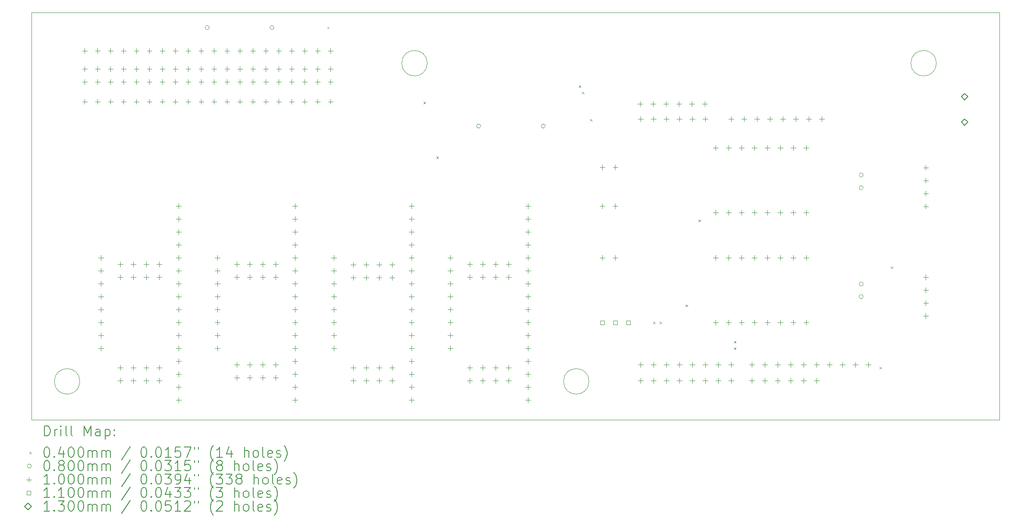
<source format=gbr>
%TF.GenerationSoftware,KiCad,Pcbnew,(6.0.10)*%
%TF.CreationDate,2025-04-13T20:47:12+02:00*%
%TF.ProjectId,pcb_shield,7063625f-7368-4696-956c-642e6b696361,1.0*%
%TF.SameCoordinates,Original*%
%TF.FileFunction,Drillmap*%
%TF.FilePolarity,Positive*%
%FSLAX45Y45*%
G04 Gerber Fmt 4.5, Leading zero omitted, Abs format (unit mm)*
G04 Created by KiCad (PCBNEW (6.0.10)) date 2025-04-13 20:47:12*
%MOMM*%
%LPD*%
G01*
G04 APERTURE LIST*
%ADD10C,0.100000*%
%ADD11C,0.200000*%
%ADD12C,0.040000*%
%ADD13C,0.080000*%
%ADD14C,0.110000*%
%ADD15C,0.130000*%
G04 APERTURE END LIST*
D10*
X13834500Y-5954900D02*
G75*
G03*
X13834500Y-5954900I-250000J0D01*
G01*
X7015600Y-12204900D02*
G75*
G03*
X7015600Y-12204900I-250000J0D01*
G01*
X17009300Y-12204900D02*
G75*
G03*
X17009300Y-12204900I-250000J0D01*
G01*
X23828200Y-5954900D02*
G75*
G03*
X23828200Y-5954900I-250000J0D01*
G01*
X6068800Y-4960300D02*
X25068800Y-4960300D01*
X25068800Y-4960300D02*
X25068800Y-12960300D01*
X25068800Y-12960300D02*
X6068800Y-12960300D01*
X6068800Y-12960300D02*
X6068800Y-4960300D01*
D11*
D12*
X11872800Y-5235800D02*
X11912800Y-5275800D01*
X11912800Y-5235800D02*
X11872800Y-5275800D01*
X13759500Y-6711000D02*
X13799500Y-6751000D01*
X13799500Y-6711000D02*
X13759500Y-6751000D01*
X14013500Y-7790500D02*
X14053500Y-7830500D01*
X14053500Y-7790500D02*
X14013500Y-7830500D01*
X16807500Y-6393500D02*
X16847500Y-6433500D01*
X16847500Y-6393500D02*
X16807500Y-6433500D01*
X16871000Y-6520500D02*
X16911000Y-6560500D01*
X16911000Y-6520500D02*
X16871000Y-6560500D01*
X17030000Y-7052000D02*
X17070000Y-7092000D01*
X17070000Y-7052000D02*
X17030000Y-7092000D01*
X18268000Y-11029000D02*
X18308000Y-11069000D01*
X18308000Y-11029000D02*
X18268000Y-11069000D01*
X18395000Y-11029000D02*
X18435000Y-11069000D01*
X18435000Y-11029000D02*
X18395000Y-11069000D01*
X18903000Y-10696800D02*
X18943000Y-10736800D01*
X18943000Y-10696800D02*
X18903000Y-10736800D01*
X19157000Y-9027500D02*
X19197000Y-9067500D01*
X19197000Y-9027500D02*
X19157000Y-9067500D01*
X19855500Y-11410000D02*
X19895500Y-11450000D01*
X19895500Y-11410000D02*
X19855500Y-11450000D01*
X19855500Y-11537000D02*
X19895500Y-11577000D01*
X19895500Y-11537000D02*
X19855500Y-11577000D01*
X22713000Y-11918000D02*
X22753000Y-11958000D01*
X22753000Y-11918000D02*
X22713000Y-11958000D01*
X22934500Y-9947500D02*
X22974500Y-9987500D01*
X22974500Y-9947500D02*
X22934500Y-9987500D01*
D13*
X9555800Y-5255300D02*
G75*
G03*
X9555800Y-5255300I-40000J0D01*
G01*
X10825800Y-5255300D02*
G75*
G03*
X10825800Y-5255300I-40000J0D01*
G01*
X14882800Y-7189300D02*
G75*
G03*
X14882800Y-7189300I-40000J0D01*
G01*
X16152800Y-7189300D02*
G75*
G03*
X16152800Y-7189300I-40000J0D01*
G01*
X22392000Y-8152000D02*
G75*
G03*
X22392000Y-8152000I-40000J0D01*
G01*
X22392000Y-8402000D02*
G75*
G03*
X22392000Y-8402000I-40000J0D01*
G01*
X22392000Y-10291000D02*
G75*
G03*
X22392000Y-10291000I-40000J0D01*
G01*
X22392000Y-10541000D02*
G75*
G03*
X22392000Y-10541000I-40000J0D01*
G01*
D10*
X7112000Y-5665000D02*
X7112000Y-5765000D01*
X7062000Y-5715000D02*
X7162000Y-5715000D01*
X7112000Y-6020600D02*
X7112000Y-6120600D01*
X7062000Y-6070600D02*
X7162000Y-6070600D01*
X7112000Y-6274600D02*
X7112000Y-6374600D01*
X7062000Y-6324600D02*
X7162000Y-6324600D01*
X7112000Y-6658100D02*
X7112000Y-6758100D01*
X7062000Y-6708100D02*
X7162000Y-6708100D01*
X7366000Y-5665000D02*
X7366000Y-5765000D01*
X7316000Y-5715000D02*
X7416000Y-5715000D01*
X7366000Y-6020600D02*
X7366000Y-6120600D01*
X7316000Y-6070600D02*
X7416000Y-6070600D01*
X7366000Y-6274600D02*
X7366000Y-6374600D01*
X7316000Y-6324600D02*
X7416000Y-6324600D01*
X7366000Y-6658100D02*
X7366000Y-6758100D01*
X7316000Y-6708100D02*
X7416000Y-6708100D01*
X7429800Y-9729300D02*
X7429800Y-9829300D01*
X7379800Y-9779300D02*
X7479800Y-9779300D01*
X7429800Y-9983300D02*
X7429800Y-10083300D01*
X7379800Y-10033300D02*
X7479800Y-10033300D01*
X7429800Y-10237300D02*
X7429800Y-10337300D01*
X7379800Y-10287300D02*
X7479800Y-10287300D01*
X7429800Y-10491300D02*
X7429800Y-10591300D01*
X7379800Y-10541300D02*
X7479800Y-10541300D01*
X7429800Y-10745300D02*
X7429800Y-10845300D01*
X7379800Y-10795300D02*
X7479800Y-10795300D01*
X7429800Y-10999300D02*
X7429800Y-11099300D01*
X7379800Y-11049300D02*
X7479800Y-11049300D01*
X7429800Y-11253300D02*
X7429800Y-11353300D01*
X7379800Y-11303300D02*
X7479800Y-11303300D01*
X7429800Y-11507300D02*
X7429800Y-11607300D01*
X7379800Y-11557300D02*
X7479800Y-11557300D01*
X7620000Y-5665000D02*
X7620000Y-5765000D01*
X7570000Y-5715000D02*
X7670000Y-5715000D01*
X7620000Y-6020600D02*
X7620000Y-6120600D01*
X7570000Y-6070600D02*
X7670000Y-6070600D01*
X7620000Y-6274600D02*
X7620000Y-6374600D01*
X7570000Y-6324600D02*
X7670000Y-6324600D01*
X7620000Y-6658100D02*
X7620000Y-6758100D01*
X7570000Y-6708100D02*
X7670000Y-6708100D01*
X7811500Y-9856500D02*
X7811500Y-9956500D01*
X7761500Y-9906500D02*
X7861500Y-9906500D01*
X7811500Y-10110500D02*
X7811500Y-10210500D01*
X7761500Y-10160500D02*
X7861500Y-10160500D01*
X7811500Y-11888500D02*
X7811500Y-11988500D01*
X7761500Y-11938500D02*
X7861500Y-11938500D01*
X7811500Y-12142500D02*
X7811500Y-12242500D01*
X7761500Y-12192500D02*
X7861500Y-12192500D01*
X7874000Y-5665000D02*
X7874000Y-5765000D01*
X7824000Y-5715000D02*
X7924000Y-5715000D01*
X7874000Y-6020600D02*
X7874000Y-6120600D01*
X7824000Y-6070600D02*
X7924000Y-6070600D01*
X7874000Y-6274600D02*
X7874000Y-6374600D01*
X7824000Y-6324600D02*
X7924000Y-6324600D01*
X7874000Y-6658100D02*
X7874000Y-6758100D01*
X7824000Y-6708100D02*
X7924000Y-6708100D01*
X8065500Y-9856500D02*
X8065500Y-9956500D01*
X8015500Y-9906500D02*
X8115500Y-9906500D01*
X8065500Y-10110500D02*
X8065500Y-10210500D01*
X8015500Y-10160500D02*
X8115500Y-10160500D01*
X8065500Y-11888500D02*
X8065500Y-11988500D01*
X8015500Y-11938500D02*
X8115500Y-11938500D01*
X8065500Y-12142500D02*
X8065500Y-12242500D01*
X8015500Y-12192500D02*
X8115500Y-12192500D01*
X8128000Y-5665000D02*
X8128000Y-5765000D01*
X8078000Y-5715000D02*
X8178000Y-5715000D01*
X8128000Y-6020600D02*
X8128000Y-6120600D01*
X8078000Y-6070600D02*
X8178000Y-6070600D01*
X8128000Y-6274600D02*
X8128000Y-6374600D01*
X8078000Y-6324600D02*
X8178000Y-6324600D01*
X8128000Y-6658100D02*
X8128000Y-6758100D01*
X8078000Y-6708100D02*
X8178000Y-6708100D01*
X8319500Y-9856500D02*
X8319500Y-9956500D01*
X8269500Y-9906500D02*
X8369500Y-9906500D01*
X8319500Y-10110500D02*
X8319500Y-10210500D01*
X8269500Y-10160500D02*
X8369500Y-10160500D01*
X8319500Y-11888500D02*
X8319500Y-11988500D01*
X8269500Y-11938500D02*
X8369500Y-11938500D01*
X8319500Y-12142500D02*
X8319500Y-12242500D01*
X8269500Y-12192500D02*
X8369500Y-12192500D01*
X8382000Y-5665000D02*
X8382000Y-5765000D01*
X8332000Y-5715000D02*
X8432000Y-5715000D01*
X8382000Y-6020600D02*
X8382000Y-6120600D01*
X8332000Y-6070600D02*
X8432000Y-6070600D01*
X8382000Y-6274600D02*
X8382000Y-6374600D01*
X8332000Y-6324600D02*
X8432000Y-6324600D01*
X8382000Y-6658100D02*
X8382000Y-6758100D01*
X8332000Y-6708100D02*
X8432000Y-6708100D01*
X8573500Y-9856500D02*
X8573500Y-9956500D01*
X8523500Y-9906500D02*
X8623500Y-9906500D01*
X8573500Y-10110500D02*
X8573500Y-10210500D01*
X8523500Y-10160500D02*
X8623500Y-10160500D01*
X8573500Y-11888500D02*
X8573500Y-11988500D01*
X8523500Y-11938500D02*
X8623500Y-11938500D01*
X8573500Y-12142500D02*
X8573500Y-12242500D01*
X8523500Y-12192500D02*
X8623500Y-12192500D01*
X8636000Y-5665000D02*
X8636000Y-5765000D01*
X8586000Y-5715000D02*
X8686000Y-5715000D01*
X8636000Y-6020600D02*
X8636000Y-6120600D01*
X8586000Y-6070600D02*
X8686000Y-6070600D01*
X8636000Y-6274600D02*
X8636000Y-6374600D01*
X8586000Y-6324600D02*
X8686000Y-6324600D01*
X8636000Y-6658100D02*
X8636000Y-6758100D01*
X8586000Y-6708100D02*
X8686000Y-6708100D01*
X8890000Y-5665000D02*
X8890000Y-5765000D01*
X8840000Y-5715000D02*
X8940000Y-5715000D01*
X8890000Y-6020600D02*
X8890000Y-6120600D01*
X8840000Y-6070600D02*
X8940000Y-6070600D01*
X8890000Y-6274600D02*
X8890000Y-6374600D01*
X8840000Y-6324600D02*
X8940000Y-6324600D01*
X8890000Y-6658100D02*
X8890000Y-6758100D01*
X8840000Y-6708100D02*
X8940000Y-6708100D01*
X8953800Y-8713300D02*
X8953800Y-8813300D01*
X8903800Y-8763300D02*
X9003800Y-8763300D01*
X8953800Y-8967300D02*
X8953800Y-9067300D01*
X8903800Y-9017300D02*
X9003800Y-9017300D01*
X8953800Y-9221300D02*
X8953800Y-9321300D01*
X8903800Y-9271300D02*
X9003800Y-9271300D01*
X8953800Y-9475300D02*
X8953800Y-9575300D01*
X8903800Y-9525300D02*
X9003800Y-9525300D01*
X8953800Y-9729300D02*
X8953800Y-9829300D01*
X8903800Y-9779300D02*
X9003800Y-9779300D01*
X8953800Y-9983300D02*
X8953800Y-10083300D01*
X8903800Y-10033300D02*
X9003800Y-10033300D01*
X8953800Y-10237300D02*
X8953800Y-10337300D01*
X8903800Y-10287300D02*
X9003800Y-10287300D01*
X8953800Y-10491300D02*
X8953800Y-10591300D01*
X8903800Y-10541300D02*
X9003800Y-10541300D01*
X8953800Y-10745300D02*
X8953800Y-10845300D01*
X8903800Y-10795300D02*
X9003800Y-10795300D01*
X8953800Y-10999300D02*
X8953800Y-11099300D01*
X8903800Y-11049300D02*
X9003800Y-11049300D01*
X8953800Y-11253300D02*
X8953800Y-11353300D01*
X8903800Y-11303300D02*
X9003800Y-11303300D01*
X8953800Y-11507300D02*
X8953800Y-11607300D01*
X8903800Y-11557300D02*
X9003800Y-11557300D01*
X8953800Y-11761300D02*
X8953800Y-11861300D01*
X8903800Y-11811300D02*
X9003800Y-11811300D01*
X8953800Y-12015300D02*
X8953800Y-12115300D01*
X8903800Y-12065300D02*
X9003800Y-12065300D01*
X8953800Y-12269300D02*
X8953800Y-12369300D01*
X8903800Y-12319300D02*
X9003800Y-12319300D01*
X8953800Y-12523300D02*
X8953800Y-12623300D01*
X8903800Y-12573300D02*
X9003800Y-12573300D01*
X9144000Y-5665000D02*
X9144000Y-5765000D01*
X9094000Y-5715000D02*
X9194000Y-5715000D01*
X9144000Y-6020600D02*
X9144000Y-6120600D01*
X9094000Y-6070600D02*
X9194000Y-6070600D01*
X9144000Y-6274600D02*
X9144000Y-6374600D01*
X9094000Y-6324600D02*
X9194000Y-6324600D01*
X9144000Y-6658100D02*
X9144000Y-6758100D01*
X9094000Y-6708100D02*
X9194000Y-6708100D01*
X9398000Y-5665000D02*
X9398000Y-5765000D01*
X9348000Y-5715000D02*
X9448000Y-5715000D01*
X9398000Y-6020600D02*
X9398000Y-6120600D01*
X9348000Y-6070600D02*
X9448000Y-6070600D01*
X9398000Y-6274600D02*
X9398000Y-6374600D01*
X9348000Y-6324600D02*
X9448000Y-6324600D01*
X9398000Y-6658100D02*
X9398000Y-6758100D01*
X9348000Y-6708100D02*
X9448000Y-6708100D01*
X9652000Y-5665000D02*
X9652000Y-5765000D01*
X9602000Y-5715000D02*
X9702000Y-5715000D01*
X9652000Y-6020600D02*
X9652000Y-6120600D01*
X9602000Y-6070600D02*
X9702000Y-6070600D01*
X9652000Y-6274600D02*
X9652000Y-6374600D01*
X9602000Y-6324600D02*
X9702000Y-6324600D01*
X9652000Y-6658100D02*
X9652000Y-6758100D01*
X9602000Y-6708100D02*
X9702000Y-6708100D01*
X9715800Y-9729300D02*
X9715800Y-9829300D01*
X9665800Y-9779300D02*
X9765800Y-9779300D01*
X9715800Y-9983300D02*
X9715800Y-10083300D01*
X9665800Y-10033300D02*
X9765800Y-10033300D01*
X9715800Y-10237300D02*
X9715800Y-10337300D01*
X9665800Y-10287300D02*
X9765800Y-10287300D01*
X9715800Y-10491300D02*
X9715800Y-10591300D01*
X9665800Y-10541300D02*
X9765800Y-10541300D01*
X9715800Y-10745300D02*
X9715800Y-10845300D01*
X9665800Y-10795300D02*
X9765800Y-10795300D01*
X9715800Y-10999300D02*
X9715800Y-11099300D01*
X9665800Y-11049300D02*
X9765800Y-11049300D01*
X9715800Y-11253300D02*
X9715800Y-11353300D01*
X9665800Y-11303300D02*
X9765800Y-11303300D01*
X9715800Y-11507300D02*
X9715800Y-11607300D01*
X9665800Y-11557300D02*
X9765800Y-11557300D01*
X9906000Y-5665000D02*
X9906000Y-5765000D01*
X9856000Y-5715000D02*
X9956000Y-5715000D01*
X9906000Y-6020600D02*
X9906000Y-6120600D01*
X9856000Y-6070600D02*
X9956000Y-6070600D01*
X9906000Y-6274600D02*
X9906000Y-6374600D01*
X9856000Y-6324600D02*
X9956000Y-6324600D01*
X9906000Y-6658100D02*
X9906000Y-6758100D01*
X9856000Y-6708100D02*
X9956000Y-6708100D01*
X10097500Y-9856000D02*
X10097500Y-9956000D01*
X10047500Y-9906000D02*
X10147500Y-9906000D01*
X10097500Y-10110000D02*
X10097500Y-10210000D01*
X10047500Y-10160000D02*
X10147500Y-10160000D01*
X10097500Y-11825000D02*
X10097500Y-11925000D01*
X10047500Y-11875000D02*
X10147500Y-11875000D01*
X10097500Y-12079000D02*
X10097500Y-12179000D01*
X10047500Y-12129000D02*
X10147500Y-12129000D01*
X10160000Y-5665000D02*
X10160000Y-5765000D01*
X10110000Y-5715000D02*
X10210000Y-5715000D01*
X10160000Y-6020600D02*
X10160000Y-6120600D01*
X10110000Y-6070600D02*
X10210000Y-6070600D01*
X10160000Y-6274600D02*
X10160000Y-6374600D01*
X10110000Y-6324600D02*
X10210000Y-6324600D01*
X10160000Y-6658100D02*
X10160000Y-6758100D01*
X10110000Y-6708100D02*
X10210000Y-6708100D01*
X10351500Y-9856000D02*
X10351500Y-9956000D01*
X10301500Y-9906000D02*
X10401500Y-9906000D01*
X10351500Y-10110000D02*
X10351500Y-10210000D01*
X10301500Y-10160000D02*
X10401500Y-10160000D01*
X10351500Y-11825000D02*
X10351500Y-11925000D01*
X10301500Y-11875000D02*
X10401500Y-11875000D01*
X10351500Y-12079000D02*
X10351500Y-12179000D01*
X10301500Y-12129000D02*
X10401500Y-12129000D01*
X10414000Y-5665000D02*
X10414000Y-5765000D01*
X10364000Y-5715000D02*
X10464000Y-5715000D01*
X10414000Y-6020600D02*
X10414000Y-6120600D01*
X10364000Y-6070600D02*
X10464000Y-6070600D01*
X10414000Y-6274600D02*
X10414000Y-6374600D01*
X10364000Y-6324600D02*
X10464000Y-6324600D01*
X10414000Y-6658100D02*
X10414000Y-6758100D01*
X10364000Y-6708100D02*
X10464000Y-6708100D01*
X10605500Y-9856000D02*
X10605500Y-9956000D01*
X10555500Y-9906000D02*
X10655500Y-9906000D01*
X10605500Y-10110000D02*
X10605500Y-10210000D01*
X10555500Y-10160000D02*
X10655500Y-10160000D01*
X10605500Y-11825000D02*
X10605500Y-11925000D01*
X10555500Y-11875000D02*
X10655500Y-11875000D01*
X10605500Y-12079000D02*
X10605500Y-12179000D01*
X10555500Y-12129000D02*
X10655500Y-12129000D01*
X10668000Y-5665000D02*
X10668000Y-5765000D01*
X10618000Y-5715000D02*
X10718000Y-5715000D01*
X10668000Y-6020600D02*
X10668000Y-6120600D01*
X10618000Y-6070600D02*
X10718000Y-6070600D01*
X10668000Y-6274600D02*
X10668000Y-6374600D01*
X10618000Y-6324600D02*
X10718000Y-6324600D01*
X10668000Y-6658100D02*
X10668000Y-6758100D01*
X10618000Y-6708100D02*
X10718000Y-6708100D01*
X10859500Y-9856000D02*
X10859500Y-9956000D01*
X10809500Y-9906000D02*
X10909500Y-9906000D01*
X10859500Y-10110000D02*
X10859500Y-10210000D01*
X10809500Y-10160000D02*
X10909500Y-10160000D01*
X10859500Y-11825000D02*
X10859500Y-11925000D01*
X10809500Y-11875000D02*
X10909500Y-11875000D01*
X10859500Y-12079000D02*
X10859500Y-12179000D01*
X10809500Y-12129000D02*
X10909500Y-12129000D01*
X10922000Y-5665000D02*
X10922000Y-5765000D01*
X10872000Y-5715000D02*
X10972000Y-5715000D01*
X10922000Y-6020600D02*
X10922000Y-6120600D01*
X10872000Y-6070600D02*
X10972000Y-6070600D01*
X10922000Y-6274600D02*
X10922000Y-6374600D01*
X10872000Y-6324600D02*
X10972000Y-6324600D01*
X10922000Y-6658100D02*
X10922000Y-6758100D01*
X10872000Y-6708100D02*
X10972000Y-6708100D01*
X11176000Y-5665000D02*
X11176000Y-5765000D01*
X11126000Y-5715000D02*
X11226000Y-5715000D01*
X11176000Y-6020600D02*
X11176000Y-6120600D01*
X11126000Y-6070600D02*
X11226000Y-6070600D01*
X11176000Y-6274600D02*
X11176000Y-6374600D01*
X11126000Y-6324600D02*
X11226000Y-6324600D01*
X11176000Y-6658100D02*
X11176000Y-6758100D01*
X11126000Y-6708100D02*
X11226000Y-6708100D01*
X11239800Y-8713300D02*
X11239800Y-8813300D01*
X11189800Y-8763300D02*
X11289800Y-8763300D01*
X11239800Y-8967300D02*
X11239800Y-9067300D01*
X11189800Y-9017300D02*
X11289800Y-9017300D01*
X11239800Y-9221300D02*
X11239800Y-9321300D01*
X11189800Y-9271300D02*
X11289800Y-9271300D01*
X11239800Y-9475300D02*
X11239800Y-9575300D01*
X11189800Y-9525300D02*
X11289800Y-9525300D01*
X11239800Y-9729300D02*
X11239800Y-9829300D01*
X11189800Y-9779300D02*
X11289800Y-9779300D01*
X11239800Y-9983300D02*
X11239800Y-10083300D01*
X11189800Y-10033300D02*
X11289800Y-10033300D01*
X11239800Y-10237300D02*
X11239800Y-10337300D01*
X11189800Y-10287300D02*
X11289800Y-10287300D01*
X11239800Y-10491300D02*
X11239800Y-10591300D01*
X11189800Y-10541300D02*
X11289800Y-10541300D01*
X11239800Y-10745300D02*
X11239800Y-10845300D01*
X11189800Y-10795300D02*
X11289800Y-10795300D01*
X11239800Y-10999300D02*
X11239800Y-11099300D01*
X11189800Y-11049300D02*
X11289800Y-11049300D01*
X11239800Y-11253300D02*
X11239800Y-11353300D01*
X11189800Y-11303300D02*
X11289800Y-11303300D01*
X11239800Y-11507300D02*
X11239800Y-11607300D01*
X11189800Y-11557300D02*
X11289800Y-11557300D01*
X11239800Y-11761300D02*
X11239800Y-11861300D01*
X11189800Y-11811300D02*
X11289800Y-11811300D01*
X11239800Y-12015300D02*
X11239800Y-12115300D01*
X11189800Y-12065300D02*
X11289800Y-12065300D01*
X11239800Y-12269300D02*
X11239800Y-12369300D01*
X11189800Y-12319300D02*
X11289800Y-12319300D01*
X11239800Y-12523300D02*
X11239800Y-12623300D01*
X11189800Y-12573300D02*
X11289800Y-12573300D01*
X11430000Y-5665000D02*
X11430000Y-5765000D01*
X11380000Y-5715000D02*
X11480000Y-5715000D01*
X11430000Y-6020600D02*
X11430000Y-6120600D01*
X11380000Y-6070600D02*
X11480000Y-6070600D01*
X11430000Y-6274600D02*
X11430000Y-6374600D01*
X11380000Y-6324600D02*
X11480000Y-6324600D01*
X11430000Y-6658100D02*
X11430000Y-6758100D01*
X11380000Y-6708100D02*
X11480000Y-6708100D01*
X11684000Y-5665000D02*
X11684000Y-5765000D01*
X11634000Y-5715000D02*
X11734000Y-5715000D01*
X11684000Y-6020600D02*
X11684000Y-6120600D01*
X11634000Y-6070600D02*
X11734000Y-6070600D01*
X11684000Y-6274600D02*
X11684000Y-6374600D01*
X11634000Y-6324600D02*
X11734000Y-6324600D01*
X11684000Y-6658100D02*
X11684000Y-6758100D01*
X11634000Y-6708100D02*
X11734000Y-6708100D01*
X11938000Y-5665000D02*
X11938000Y-5765000D01*
X11888000Y-5715000D02*
X11988000Y-5715000D01*
X11938000Y-6020600D02*
X11938000Y-6120600D01*
X11888000Y-6070600D02*
X11988000Y-6070600D01*
X11938000Y-6274600D02*
X11938000Y-6374600D01*
X11888000Y-6324600D02*
X11988000Y-6324600D01*
X11938000Y-6658100D02*
X11938000Y-6758100D01*
X11888000Y-6708100D02*
X11988000Y-6708100D01*
X12002800Y-9729300D02*
X12002800Y-9829300D01*
X11952800Y-9779300D02*
X12052800Y-9779300D01*
X12002800Y-9983300D02*
X12002800Y-10083300D01*
X11952800Y-10033300D02*
X12052800Y-10033300D01*
X12002800Y-10237300D02*
X12002800Y-10337300D01*
X11952800Y-10287300D02*
X12052800Y-10287300D01*
X12002800Y-10491300D02*
X12002800Y-10591300D01*
X11952800Y-10541300D02*
X12052800Y-10541300D01*
X12002800Y-10745300D02*
X12002800Y-10845300D01*
X11952800Y-10795300D02*
X12052800Y-10795300D01*
X12002800Y-10999300D02*
X12002800Y-11099300D01*
X11952800Y-11049300D02*
X12052800Y-11049300D01*
X12002800Y-11253300D02*
X12002800Y-11353300D01*
X11952800Y-11303300D02*
X12052800Y-11303300D01*
X12002800Y-11507300D02*
X12002800Y-11607300D01*
X11952800Y-11557300D02*
X12052800Y-11557300D01*
X12382500Y-9859000D02*
X12382500Y-9959000D01*
X12332500Y-9909000D02*
X12432500Y-9909000D01*
X12382500Y-10113000D02*
X12382500Y-10213000D01*
X12332500Y-10163000D02*
X12432500Y-10163000D01*
X12383500Y-11888000D02*
X12383500Y-11988000D01*
X12333500Y-11938000D02*
X12433500Y-11938000D01*
X12383500Y-12142000D02*
X12383500Y-12242000D01*
X12333500Y-12192000D02*
X12433500Y-12192000D01*
X12636500Y-9859000D02*
X12636500Y-9959000D01*
X12586500Y-9909000D02*
X12686500Y-9909000D01*
X12636500Y-10113000D02*
X12636500Y-10213000D01*
X12586500Y-10163000D02*
X12686500Y-10163000D01*
X12637500Y-11888000D02*
X12637500Y-11988000D01*
X12587500Y-11938000D02*
X12687500Y-11938000D01*
X12637500Y-12142000D02*
X12637500Y-12242000D01*
X12587500Y-12192000D02*
X12687500Y-12192000D01*
X12890500Y-9859000D02*
X12890500Y-9959000D01*
X12840500Y-9909000D02*
X12940500Y-9909000D01*
X12890500Y-10113000D02*
X12890500Y-10213000D01*
X12840500Y-10163000D02*
X12940500Y-10163000D01*
X12891500Y-11888000D02*
X12891500Y-11988000D01*
X12841500Y-11938000D02*
X12941500Y-11938000D01*
X12891500Y-12142000D02*
X12891500Y-12242000D01*
X12841500Y-12192000D02*
X12941500Y-12192000D01*
X13144500Y-9859000D02*
X13144500Y-9959000D01*
X13094500Y-9909000D02*
X13194500Y-9909000D01*
X13144500Y-10113000D02*
X13144500Y-10213000D01*
X13094500Y-10163000D02*
X13194500Y-10163000D01*
X13145500Y-11888000D02*
X13145500Y-11988000D01*
X13095500Y-11938000D02*
X13195500Y-11938000D01*
X13145500Y-12142000D02*
X13145500Y-12242000D01*
X13095500Y-12192000D02*
X13195500Y-12192000D01*
X13526800Y-8713300D02*
X13526800Y-8813300D01*
X13476800Y-8763300D02*
X13576800Y-8763300D01*
X13526800Y-8967300D02*
X13526800Y-9067300D01*
X13476800Y-9017300D02*
X13576800Y-9017300D01*
X13526800Y-9221300D02*
X13526800Y-9321300D01*
X13476800Y-9271300D02*
X13576800Y-9271300D01*
X13526800Y-9475300D02*
X13526800Y-9575300D01*
X13476800Y-9525300D02*
X13576800Y-9525300D01*
X13526800Y-9729300D02*
X13526800Y-9829300D01*
X13476800Y-9779300D02*
X13576800Y-9779300D01*
X13526800Y-9983300D02*
X13526800Y-10083300D01*
X13476800Y-10033300D02*
X13576800Y-10033300D01*
X13526800Y-10237300D02*
X13526800Y-10337300D01*
X13476800Y-10287300D02*
X13576800Y-10287300D01*
X13526800Y-10491300D02*
X13526800Y-10591300D01*
X13476800Y-10541300D02*
X13576800Y-10541300D01*
X13526800Y-10745300D02*
X13526800Y-10845300D01*
X13476800Y-10795300D02*
X13576800Y-10795300D01*
X13526800Y-10999300D02*
X13526800Y-11099300D01*
X13476800Y-11049300D02*
X13576800Y-11049300D01*
X13526800Y-11253300D02*
X13526800Y-11353300D01*
X13476800Y-11303300D02*
X13576800Y-11303300D01*
X13526800Y-11507300D02*
X13526800Y-11607300D01*
X13476800Y-11557300D02*
X13576800Y-11557300D01*
X13526800Y-11761300D02*
X13526800Y-11861300D01*
X13476800Y-11811300D02*
X13576800Y-11811300D01*
X13526800Y-12015300D02*
X13526800Y-12115300D01*
X13476800Y-12065300D02*
X13576800Y-12065300D01*
X13526800Y-12269300D02*
X13526800Y-12369300D01*
X13476800Y-12319300D02*
X13576800Y-12319300D01*
X13526800Y-12523300D02*
X13526800Y-12623300D01*
X13476800Y-12573300D02*
X13576800Y-12573300D01*
X14287800Y-9729300D02*
X14287800Y-9829300D01*
X14237800Y-9779300D02*
X14337800Y-9779300D01*
X14287800Y-9983300D02*
X14287800Y-10083300D01*
X14237800Y-10033300D02*
X14337800Y-10033300D01*
X14287800Y-10237300D02*
X14287800Y-10337300D01*
X14237800Y-10287300D02*
X14337800Y-10287300D01*
X14287800Y-10491300D02*
X14287800Y-10591300D01*
X14237800Y-10541300D02*
X14337800Y-10541300D01*
X14287800Y-10745300D02*
X14287800Y-10845300D01*
X14237800Y-10795300D02*
X14337800Y-10795300D01*
X14287800Y-10999300D02*
X14287800Y-11099300D01*
X14237800Y-11049300D02*
X14337800Y-11049300D01*
X14287800Y-11253300D02*
X14287800Y-11353300D01*
X14237800Y-11303300D02*
X14337800Y-11303300D01*
X14287800Y-11507300D02*
X14287800Y-11607300D01*
X14237800Y-11557300D02*
X14337800Y-11557300D01*
X14668500Y-9856000D02*
X14668500Y-9956000D01*
X14618500Y-9906000D02*
X14718500Y-9906000D01*
X14668500Y-10110000D02*
X14668500Y-10210000D01*
X14618500Y-10160000D02*
X14718500Y-10160000D01*
X14668500Y-11888000D02*
X14668500Y-11988000D01*
X14618500Y-11938000D02*
X14718500Y-11938000D01*
X14668500Y-12142000D02*
X14668500Y-12242000D01*
X14618500Y-12192000D02*
X14718500Y-12192000D01*
X14922500Y-9856000D02*
X14922500Y-9956000D01*
X14872500Y-9906000D02*
X14972500Y-9906000D01*
X14922500Y-10110000D02*
X14922500Y-10210000D01*
X14872500Y-10160000D02*
X14972500Y-10160000D01*
X14922500Y-11888000D02*
X14922500Y-11988000D01*
X14872500Y-11938000D02*
X14972500Y-11938000D01*
X14922500Y-12142000D02*
X14922500Y-12242000D01*
X14872500Y-12192000D02*
X14972500Y-12192000D01*
X15176500Y-9856000D02*
X15176500Y-9956000D01*
X15126500Y-9906000D02*
X15226500Y-9906000D01*
X15176500Y-10110000D02*
X15176500Y-10210000D01*
X15126500Y-10160000D02*
X15226500Y-10160000D01*
X15176500Y-11888000D02*
X15176500Y-11988000D01*
X15126500Y-11938000D02*
X15226500Y-11938000D01*
X15176500Y-12142000D02*
X15176500Y-12242000D01*
X15126500Y-12192000D02*
X15226500Y-12192000D01*
X15430500Y-9856000D02*
X15430500Y-9956000D01*
X15380500Y-9906000D02*
X15480500Y-9906000D01*
X15430500Y-10110000D02*
X15430500Y-10210000D01*
X15380500Y-10160000D02*
X15480500Y-10160000D01*
X15430500Y-11888000D02*
X15430500Y-11988000D01*
X15380500Y-11938000D02*
X15480500Y-11938000D01*
X15430500Y-12142000D02*
X15430500Y-12242000D01*
X15380500Y-12192000D02*
X15480500Y-12192000D01*
X15811800Y-8712300D02*
X15811800Y-8812300D01*
X15761800Y-8762300D02*
X15861800Y-8762300D01*
X15811800Y-8966300D02*
X15811800Y-9066300D01*
X15761800Y-9016300D02*
X15861800Y-9016300D01*
X15811800Y-9220300D02*
X15811800Y-9320300D01*
X15761800Y-9270300D02*
X15861800Y-9270300D01*
X15811800Y-9474300D02*
X15811800Y-9574300D01*
X15761800Y-9524300D02*
X15861800Y-9524300D01*
X15811800Y-9728300D02*
X15811800Y-9828300D01*
X15761800Y-9778300D02*
X15861800Y-9778300D01*
X15811800Y-9982300D02*
X15811800Y-10082300D01*
X15761800Y-10032300D02*
X15861800Y-10032300D01*
X15811800Y-10236300D02*
X15811800Y-10336300D01*
X15761800Y-10286300D02*
X15861800Y-10286300D01*
X15811800Y-10490300D02*
X15811800Y-10590300D01*
X15761800Y-10540300D02*
X15861800Y-10540300D01*
X15811800Y-10744300D02*
X15811800Y-10844300D01*
X15761800Y-10794300D02*
X15861800Y-10794300D01*
X15811800Y-10998300D02*
X15811800Y-11098300D01*
X15761800Y-11048300D02*
X15861800Y-11048300D01*
X15811800Y-11252300D02*
X15811800Y-11352300D01*
X15761800Y-11302300D02*
X15861800Y-11302300D01*
X15811800Y-11506300D02*
X15811800Y-11606300D01*
X15761800Y-11556300D02*
X15861800Y-11556300D01*
X15811800Y-11760300D02*
X15811800Y-11860300D01*
X15761800Y-11810300D02*
X15861800Y-11810300D01*
X15811800Y-12014300D02*
X15811800Y-12114300D01*
X15761800Y-12064300D02*
X15861800Y-12064300D01*
X15811800Y-12268300D02*
X15811800Y-12368300D01*
X15761800Y-12318300D02*
X15861800Y-12318300D01*
X15811800Y-12522300D02*
X15811800Y-12622300D01*
X15761800Y-12572300D02*
X15861800Y-12572300D01*
X17272000Y-7951000D02*
X17272000Y-8051000D01*
X17222000Y-8001000D02*
X17322000Y-8001000D01*
X17272000Y-8713000D02*
X17272000Y-8813000D01*
X17222000Y-8763000D02*
X17322000Y-8763000D01*
X17272000Y-9729000D02*
X17272000Y-9829000D01*
X17222000Y-9779000D02*
X17322000Y-9779000D01*
X17526000Y-7951000D02*
X17526000Y-8051000D01*
X17476000Y-8001000D02*
X17576000Y-8001000D01*
X17526000Y-8713000D02*
X17526000Y-8813000D01*
X17476000Y-8763000D02*
X17576000Y-8763000D01*
X17526000Y-9729000D02*
X17526000Y-9829000D01*
X17476000Y-9779000D02*
X17576000Y-9779000D01*
X18014000Y-6706400D02*
X18014000Y-6806400D01*
X17964000Y-6756400D02*
X18064000Y-6756400D01*
X18018800Y-7001300D02*
X18018800Y-7101300D01*
X17968800Y-7051300D02*
X18068800Y-7051300D01*
X18018800Y-11828300D02*
X18018800Y-11928300D01*
X17968800Y-11878300D02*
X18068800Y-11878300D01*
X18019000Y-12142000D02*
X18019000Y-12242000D01*
X17969000Y-12192000D02*
X18069000Y-12192000D01*
X18268000Y-6706400D02*
X18268000Y-6806400D01*
X18218000Y-6756400D02*
X18318000Y-6756400D01*
X18272800Y-7001300D02*
X18272800Y-7101300D01*
X18222800Y-7051300D02*
X18322800Y-7051300D01*
X18272800Y-11828300D02*
X18272800Y-11928300D01*
X18222800Y-11878300D02*
X18322800Y-11878300D01*
X18273000Y-12142000D02*
X18273000Y-12242000D01*
X18223000Y-12192000D02*
X18323000Y-12192000D01*
X18522000Y-6706400D02*
X18522000Y-6806400D01*
X18472000Y-6756400D02*
X18572000Y-6756400D01*
X18526800Y-7001300D02*
X18526800Y-7101300D01*
X18476800Y-7051300D02*
X18576800Y-7051300D01*
X18526800Y-11828300D02*
X18526800Y-11928300D01*
X18476800Y-11878300D02*
X18576800Y-11878300D01*
X18527000Y-12142000D02*
X18527000Y-12242000D01*
X18477000Y-12192000D02*
X18577000Y-12192000D01*
X18776000Y-6706400D02*
X18776000Y-6806400D01*
X18726000Y-6756400D02*
X18826000Y-6756400D01*
X18780800Y-7001300D02*
X18780800Y-7101300D01*
X18730800Y-7051300D02*
X18830800Y-7051300D01*
X18780800Y-11828300D02*
X18780800Y-11928300D01*
X18730800Y-11878300D02*
X18830800Y-11878300D01*
X18781000Y-12142000D02*
X18781000Y-12242000D01*
X18731000Y-12192000D02*
X18831000Y-12192000D01*
X19030000Y-6706400D02*
X19030000Y-6806400D01*
X18980000Y-6756400D02*
X19080000Y-6756400D01*
X19034800Y-7001300D02*
X19034800Y-7101300D01*
X18984800Y-7051300D02*
X19084800Y-7051300D01*
X19034800Y-11828300D02*
X19034800Y-11928300D01*
X18984800Y-11878300D02*
X19084800Y-11878300D01*
X19035000Y-12142000D02*
X19035000Y-12242000D01*
X18985000Y-12192000D02*
X19085000Y-12192000D01*
X19284000Y-6706400D02*
X19284000Y-6806400D01*
X19234000Y-6756400D02*
X19334000Y-6756400D01*
X19288800Y-7001300D02*
X19288800Y-7101300D01*
X19238800Y-7051300D02*
X19338800Y-7051300D01*
X19288800Y-11828300D02*
X19288800Y-11928300D01*
X19238800Y-11878300D02*
X19338800Y-11878300D01*
X19289000Y-12142000D02*
X19289000Y-12242000D01*
X19239000Y-12192000D02*
X19339000Y-12192000D01*
X19493800Y-10998300D02*
X19493800Y-11098300D01*
X19443800Y-11048300D02*
X19543800Y-11048300D01*
X19494800Y-7569300D02*
X19494800Y-7669300D01*
X19444800Y-7619300D02*
X19544800Y-7619300D01*
X19494800Y-8839300D02*
X19494800Y-8939300D01*
X19444800Y-8889300D02*
X19544800Y-8889300D01*
X19494800Y-9728300D02*
X19494800Y-9828300D01*
X19444800Y-9778300D02*
X19544800Y-9778300D01*
X19542800Y-11828300D02*
X19542800Y-11928300D01*
X19492800Y-11878300D02*
X19592800Y-11878300D01*
X19543000Y-12142000D02*
X19543000Y-12242000D01*
X19493000Y-12192000D02*
X19593000Y-12192000D01*
X19747800Y-10998300D02*
X19747800Y-11098300D01*
X19697800Y-11048300D02*
X19797800Y-11048300D01*
X19748800Y-7569300D02*
X19748800Y-7669300D01*
X19698800Y-7619300D02*
X19798800Y-7619300D01*
X19748800Y-8839300D02*
X19748800Y-8939300D01*
X19698800Y-8889300D02*
X19798800Y-8889300D01*
X19748800Y-9728300D02*
X19748800Y-9828300D01*
X19698800Y-9778300D02*
X19798800Y-9778300D01*
X19796800Y-7002300D02*
X19796800Y-7102300D01*
X19746800Y-7052300D02*
X19846800Y-7052300D01*
X19796800Y-11828300D02*
X19796800Y-11928300D01*
X19746800Y-11878300D02*
X19846800Y-11878300D01*
X19797000Y-12142000D02*
X19797000Y-12242000D01*
X19747000Y-12192000D02*
X19847000Y-12192000D01*
X20001800Y-10998300D02*
X20001800Y-11098300D01*
X19951800Y-11048300D02*
X20051800Y-11048300D01*
X20002800Y-7569300D02*
X20002800Y-7669300D01*
X19952800Y-7619300D02*
X20052800Y-7619300D01*
X20002800Y-8839300D02*
X20002800Y-8939300D01*
X19952800Y-8889300D02*
X20052800Y-8889300D01*
X20002800Y-9728300D02*
X20002800Y-9828300D01*
X19952800Y-9778300D02*
X20052800Y-9778300D01*
X20050800Y-7002300D02*
X20050800Y-7102300D01*
X20000800Y-7052300D02*
X20100800Y-7052300D01*
X20202800Y-11828300D02*
X20202800Y-11928300D01*
X20152800Y-11878300D02*
X20252800Y-11878300D01*
X20203000Y-12142000D02*
X20203000Y-12242000D01*
X20153000Y-12192000D02*
X20253000Y-12192000D01*
X20255800Y-10998300D02*
X20255800Y-11098300D01*
X20205800Y-11048300D02*
X20305800Y-11048300D01*
X20256800Y-7569300D02*
X20256800Y-7669300D01*
X20206800Y-7619300D02*
X20306800Y-7619300D01*
X20256800Y-8839300D02*
X20256800Y-8939300D01*
X20206800Y-8889300D02*
X20306800Y-8889300D01*
X20256800Y-9728300D02*
X20256800Y-9828300D01*
X20206800Y-9778300D02*
X20306800Y-9778300D01*
X20304800Y-7002300D02*
X20304800Y-7102300D01*
X20254800Y-7052300D02*
X20354800Y-7052300D01*
X20456800Y-11828300D02*
X20456800Y-11928300D01*
X20406800Y-11878300D02*
X20506800Y-11878300D01*
X20457000Y-12142000D02*
X20457000Y-12242000D01*
X20407000Y-12192000D02*
X20507000Y-12192000D01*
X20509800Y-10998300D02*
X20509800Y-11098300D01*
X20459800Y-11048300D02*
X20559800Y-11048300D01*
X20510800Y-7569300D02*
X20510800Y-7669300D01*
X20460800Y-7619300D02*
X20560800Y-7619300D01*
X20510800Y-8839300D02*
X20510800Y-8939300D01*
X20460800Y-8889300D02*
X20560800Y-8889300D01*
X20510800Y-9728300D02*
X20510800Y-9828300D01*
X20460800Y-9778300D02*
X20560800Y-9778300D01*
X20558800Y-7002300D02*
X20558800Y-7102300D01*
X20508800Y-7052300D02*
X20608800Y-7052300D01*
X20710800Y-11828300D02*
X20710800Y-11928300D01*
X20660800Y-11878300D02*
X20760800Y-11878300D01*
X20711000Y-12142000D02*
X20711000Y-12242000D01*
X20661000Y-12192000D02*
X20761000Y-12192000D01*
X20763800Y-10998300D02*
X20763800Y-11098300D01*
X20713800Y-11048300D02*
X20813800Y-11048300D01*
X20764800Y-7569300D02*
X20764800Y-7669300D01*
X20714800Y-7619300D02*
X20814800Y-7619300D01*
X20764800Y-8839300D02*
X20764800Y-8939300D01*
X20714800Y-8889300D02*
X20814800Y-8889300D01*
X20764800Y-9728300D02*
X20764800Y-9828300D01*
X20714800Y-9778300D02*
X20814800Y-9778300D01*
X20812800Y-7002300D02*
X20812800Y-7102300D01*
X20762800Y-7052300D02*
X20862800Y-7052300D01*
X20964800Y-11828300D02*
X20964800Y-11928300D01*
X20914800Y-11878300D02*
X21014800Y-11878300D01*
X20965000Y-12142000D02*
X20965000Y-12242000D01*
X20915000Y-12192000D02*
X21015000Y-12192000D01*
X21017800Y-10998300D02*
X21017800Y-11098300D01*
X20967800Y-11048300D02*
X21067800Y-11048300D01*
X21018800Y-7569300D02*
X21018800Y-7669300D01*
X20968800Y-7619300D02*
X21068800Y-7619300D01*
X21018800Y-8839300D02*
X21018800Y-8939300D01*
X20968800Y-8889300D02*
X21068800Y-8889300D01*
X21018800Y-9728300D02*
X21018800Y-9828300D01*
X20968800Y-9778300D02*
X21068800Y-9778300D01*
X21066800Y-7002300D02*
X21066800Y-7102300D01*
X21016800Y-7052300D02*
X21116800Y-7052300D01*
X21218800Y-11828300D02*
X21218800Y-11928300D01*
X21168800Y-11878300D02*
X21268800Y-11878300D01*
X21219000Y-12142000D02*
X21219000Y-12242000D01*
X21169000Y-12192000D02*
X21269000Y-12192000D01*
X21271800Y-10998300D02*
X21271800Y-11098300D01*
X21221800Y-11048300D02*
X21321800Y-11048300D01*
X21272800Y-7569300D02*
X21272800Y-7669300D01*
X21222800Y-7619300D02*
X21322800Y-7619300D01*
X21272800Y-8839300D02*
X21272800Y-8939300D01*
X21222800Y-8889300D02*
X21322800Y-8889300D01*
X21272800Y-9728300D02*
X21272800Y-9828300D01*
X21222800Y-9778300D02*
X21322800Y-9778300D01*
X21320800Y-7002300D02*
X21320800Y-7102300D01*
X21270800Y-7052300D02*
X21370800Y-7052300D01*
X21472800Y-11828300D02*
X21472800Y-11928300D01*
X21422800Y-11878300D02*
X21522800Y-11878300D01*
X21473000Y-12142000D02*
X21473000Y-12242000D01*
X21423000Y-12192000D02*
X21523000Y-12192000D01*
X21574800Y-7002300D02*
X21574800Y-7102300D01*
X21524800Y-7052300D02*
X21624800Y-7052300D01*
X21726800Y-11828300D02*
X21726800Y-11928300D01*
X21676800Y-11878300D02*
X21776800Y-11878300D01*
X21980800Y-11828300D02*
X21980800Y-11928300D01*
X21930800Y-11878300D02*
X22030800Y-11878300D01*
X22234800Y-11828300D02*
X22234800Y-11928300D01*
X22184800Y-11878300D02*
X22284800Y-11878300D01*
X22488800Y-11828300D02*
X22488800Y-11928300D01*
X22438800Y-11878300D02*
X22538800Y-11878300D01*
X23622000Y-7953000D02*
X23622000Y-8053000D01*
X23572000Y-8003000D02*
X23672000Y-8003000D01*
X23622000Y-8207000D02*
X23622000Y-8307000D01*
X23572000Y-8257000D02*
X23672000Y-8257000D01*
X23622000Y-8461000D02*
X23622000Y-8561000D01*
X23572000Y-8511000D02*
X23672000Y-8511000D01*
X23622000Y-8715000D02*
X23622000Y-8815000D01*
X23572000Y-8765000D02*
X23672000Y-8765000D01*
X23622000Y-10110000D02*
X23622000Y-10210000D01*
X23572000Y-10160000D02*
X23672000Y-10160000D01*
X23622000Y-10364000D02*
X23622000Y-10464000D01*
X23572000Y-10414000D02*
X23672000Y-10414000D01*
X23622000Y-10618000D02*
X23622000Y-10718000D01*
X23572000Y-10668000D02*
X23672000Y-10668000D01*
X23622000Y-10872000D02*
X23622000Y-10972000D01*
X23572000Y-10922000D02*
X23672000Y-10922000D01*
D14*
X17310891Y-11087891D02*
X17310891Y-11010109D01*
X17233109Y-11010109D01*
X17233109Y-11087891D01*
X17310891Y-11087891D01*
X17564891Y-11087891D02*
X17564891Y-11010109D01*
X17487109Y-11010109D01*
X17487109Y-11087891D01*
X17564891Y-11087891D01*
X17818891Y-11087891D02*
X17818891Y-11010109D01*
X17741109Y-11010109D01*
X17741109Y-11087891D01*
X17818891Y-11087891D01*
D15*
X24384000Y-6677000D02*
X24449000Y-6612000D01*
X24384000Y-6547000D01*
X24319000Y-6612000D01*
X24384000Y-6677000D01*
X24384000Y-7177000D02*
X24449000Y-7112000D01*
X24384000Y-7047000D01*
X24319000Y-7112000D01*
X24384000Y-7177000D01*
D11*
X6321419Y-13275776D02*
X6321419Y-13075776D01*
X6369038Y-13075776D01*
X6397609Y-13085300D01*
X6416657Y-13104348D01*
X6426181Y-13123395D01*
X6435705Y-13161490D01*
X6435705Y-13190062D01*
X6426181Y-13228157D01*
X6416657Y-13247205D01*
X6397609Y-13266252D01*
X6369038Y-13275776D01*
X6321419Y-13275776D01*
X6521419Y-13275776D02*
X6521419Y-13142443D01*
X6521419Y-13180538D02*
X6530943Y-13161490D01*
X6540467Y-13151967D01*
X6559514Y-13142443D01*
X6578562Y-13142443D01*
X6645228Y-13275776D02*
X6645228Y-13142443D01*
X6645228Y-13075776D02*
X6635705Y-13085300D01*
X6645228Y-13094824D01*
X6654752Y-13085300D01*
X6645228Y-13075776D01*
X6645228Y-13094824D01*
X6769038Y-13275776D02*
X6749990Y-13266252D01*
X6740467Y-13247205D01*
X6740467Y-13075776D01*
X6873800Y-13275776D02*
X6854752Y-13266252D01*
X6845228Y-13247205D01*
X6845228Y-13075776D01*
X7102371Y-13275776D02*
X7102371Y-13075776D01*
X7169038Y-13218633D01*
X7235705Y-13075776D01*
X7235705Y-13275776D01*
X7416657Y-13275776D02*
X7416657Y-13171014D01*
X7407133Y-13151967D01*
X7388086Y-13142443D01*
X7349990Y-13142443D01*
X7330943Y-13151967D01*
X7416657Y-13266252D02*
X7397609Y-13275776D01*
X7349990Y-13275776D01*
X7330943Y-13266252D01*
X7321419Y-13247205D01*
X7321419Y-13228157D01*
X7330943Y-13209109D01*
X7349990Y-13199586D01*
X7397609Y-13199586D01*
X7416657Y-13190062D01*
X7511895Y-13142443D02*
X7511895Y-13342443D01*
X7511895Y-13151967D02*
X7530943Y-13142443D01*
X7569038Y-13142443D01*
X7588086Y-13151967D01*
X7597609Y-13161490D01*
X7607133Y-13180538D01*
X7607133Y-13237681D01*
X7597609Y-13256728D01*
X7588086Y-13266252D01*
X7569038Y-13275776D01*
X7530943Y-13275776D01*
X7511895Y-13266252D01*
X7692848Y-13256728D02*
X7702371Y-13266252D01*
X7692848Y-13275776D01*
X7683324Y-13266252D01*
X7692848Y-13256728D01*
X7692848Y-13275776D01*
X7692848Y-13151967D02*
X7702371Y-13161490D01*
X7692848Y-13171014D01*
X7683324Y-13161490D01*
X7692848Y-13151967D01*
X7692848Y-13171014D01*
D12*
X6023800Y-13585300D02*
X6063800Y-13625300D01*
X6063800Y-13585300D02*
X6023800Y-13625300D01*
D11*
X6359514Y-13495776D02*
X6378562Y-13495776D01*
X6397609Y-13505300D01*
X6407133Y-13514824D01*
X6416657Y-13533871D01*
X6426181Y-13571967D01*
X6426181Y-13619586D01*
X6416657Y-13657681D01*
X6407133Y-13676728D01*
X6397609Y-13686252D01*
X6378562Y-13695776D01*
X6359514Y-13695776D01*
X6340467Y-13686252D01*
X6330943Y-13676728D01*
X6321419Y-13657681D01*
X6311895Y-13619586D01*
X6311895Y-13571967D01*
X6321419Y-13533871D01*
X6330943Y-13514824D01*
X6340467Y-13505300D01*
X6359514Y-13495776D01*
X6511895Y-13676728D02*
X6521419Y-13686252D01*
X6511895Y-13695776D01*
X6502371Y-13686252D01*
X6511895Y-13676728D01*
X6511895Y-13695776D01*
X6692848Y-13562443D02*
X6692848Y-13695776D01*
X6645228Y-13486252D02*
X6597609Y-13629109D01*
X6721419Y-13629109D01*
X6835705Y-13495776D02*
X6854752Y-13495776D01*
X6873800Y-13505300D01*
X6883324Y-13514824D01*
X6892848Y-13533871D01*
X6902371Y-13571967D01*
X6902371Y-13619586D01*
X6892848Y-13657681D01*
X6883324Y-13676728D01*
X6873800Y-13686252D01*
X6854752Y-13695776D01*
X6835705Y-13695776D01*
X6816657Y-13686252D01*
X6807133Y-13676728D01*
X6797609Y-13657681D01*
X6788086Y-13619586D01*
X6788086Y-13571967D01*
X6797609Y-13533871D01*
X6807133Y-13514824D01*
X6816657Y-13505300D01*
X6835705Y-13495776D01*
X7026181Y-13495776D02*
X7045228Y-13495776D01*
X7064276Y-13505300D01*
X7073800Y-13514824D01*
X7083324Y-13533871D01*
X7092848Y-13571967D01*
X7092848Y-13619586D01*
X7083324Y-13657681D01*
X7073800Y-13676728D01*
X7064276Y-13686252D01*
X7045228Y-13695776D01*
X7026181Y-13695776D01*
X7007133Y-13686252D01*
X6997609Y-13676728D01*
X6988086Y-13657681D01*
X6978562Y-13619586D01*
X6978562Y-13571967D01*
X6988086Y-13533871D01*
X6997609Y-13514824D01*
X7007133Y-13505300D01*
X7026181Y-13495776D01*
X7178562Y-13695776D02*
X7178562Y-13562443D01*
X7178562Y-13581490D02*
X7188086Y-13571967D01*
X7207133Y-13562443D01*
X7235705Y-13562443D01*
X7254752Y-13571967D01*
X7264276Y-13591014D01*
X7264276Y-13695776D01*
X7264276Y-13591014D02*
X7273800Y-13571967D01*
X7292848Y-13562443D01*
X7321419Y-13562443D01*
X7340467Y-13571967D01*
X7349990Y-13591014D01*
X7349990Y-13695776D01*
X7445228Y-13695776D02*
X7445228Y-13562443D01*
X7445228Y-13581490D02*
X7454752Y-13571967D01*
X7473800Y-13562443D01*
X7502371Y-13562443D01*
X7521419Y-13571967D01*
X7530943Y-13591014D01*
X7530943Y-13695776D01*
X7530943Y-13591014D02*
X7540467Y-13571967D01*
X7559514Y-13562443D01*
X7588086Y-13562443D01*
X7607133Y-13571967D01*
X7616657Y-13591014D01*
X7616657Y-13695776D01*
X8007133Y-13486252D02*
X7835705Y-13743395D01*
X8264276Y-13495776D02*
X8283324Y-13495776D01*
X8302371Y-13505300D01*
X8311895Y-13514824D01*
X8321419Y-13533871D01*
X8330943Y-13571967D01*
X8330943Y-13619586D01*
X8321419Y-13657681D01*
X8311895Y-13676728D01*
X8302371Y-13686252D01*
X8283324Y-13695776D01*
X8264276Y-13695776D01*
X8245228Y-13686252D01*
X8235705Y-13676728D01*
X8226181Y-13657681D01*
X8216657Y-13619586D01*
X8216657Y-13571967D01*
X8226181Y-13533871D01*
X8235705Y-13514824D01*
X8245228Y-13505300D01*
X8264276Y-13495776D01*
X8416657Y-13676728D02*
X8426181Y-13686252D01*
X8416657Y-13695776D01*
X8407133Y-13686252D01*
X8416657Y-13676728D01*
X8416657Y-13695776D01*
X8549990Y-13495776D02*
X8569038Y-13495776D01*
X8588086Y-13505300D01*
X8597610Y-13514824D01*
X8607133Y-13533871D01*
X8616657Y-13571967D01*
X8616657Y-13619586D01*
X8607133Y-13657681D01*
X8597610Y-13676728D01*
X8588086Y-13686252D01*
X8569038Y-13695776D01*
X8549990Y-13695776D01*
X8530943Y-13686252D01*
X8521419Y-13676728D01*
X8511895Y-13657681D01*
X8502371Y-13619586D01*
X8502371Y-13571967D01*
X8511895Y-13533871D01*
X8521419Y-13514824D01*
X8530943Y-13505300D01*
X8549990Y-13495776D01*
X8807133Y-13695776D02*
X8692848Y-13695776D01*
X8749990Y-13695776D02*
X8749990Y-13495776D01*
X8730943Y-13524348D01*
X8711895Y-13543395D01*
X8692848Y-13552919D01*
X8988086Y-13495776D02*
X8892848Y-13495776D01*
X8883324Y-13591014D01*
X8892848Y-13581490D01*
X8911895Y-13571967D01*
X8959514Y-13571967D01*
X8978562Y-13581490D01*
X8988086Y-13591014D01*
X8997610Y-13610062D01*
X8997610Y-13657681D01*
X8988086Y-13676728D01*
X8978562Y-13686252D01*
X8959514Y-13695776D01*
X8911895Y-13695776D01*
X8892848Y-13686252D01*
X8883324Y-13676728D01*
X9064276Y-13495776D02*
X9197610Y-13495776D01*
X9111895Y-13695776D01*
X9264276Y-13495776D02*
X9264276Y-13533871D01*
X9340467Y-13495776D02*
X9340467Y-13533871D01*
X9635705Y-13771967D02*
X9626181Y-13762443D01*
X9607133Y-13733871D01*
X9597610Y-13714824D01*
X9588086Y-13686252D01*
X9578562Y-13638633D01*
X9578562Y-13600538D01*
X9588086Y-13552919D01*
X9597610Y-13524348D01*
X9607133Y-13505300D01*
X9626181Y-13476728D01*
X9635705Y-13467205D01*
X9816657Y-13695776D02*
X9702371Y-13695776D01*
X9759514Y-13695776D02*
X9759514Y-13495776D01*
X9740467Y-13524348D01*
X9721419Y-13543395D01*
X9702371Y-13552919D01*
X9988086Y-13562443D02*
X9988086Y-13695776D01*
X9940467Y-13486252D02*
X9892848Y-13629109D01*
X10016657Y-13629109D01*
X10245229Y-13695776D02*
X10245229Y-13495776D01*
X10330943Y-13695776D02*
X10330943Y-13591014D01*
X10321419Y-13571967D01*
X10302371Y-13562443D01*
X10273800Y-13562443D01*
X10254752Y-13571967D01*
X10245229Y-13581490D01*
X10454752Y-13695776D02*
X10435705Y-13686252D01*
X10426181Y-13676728D01*
X10416657Y-13657681D01*
X10416657Y-13600538D01*
X10426181Y-13581490D01*
X10435705Y-13571967D01*
X10454752Y-13562443D01*
X10483324Y-13562443D01*
X10502371Y-13571967D01*
X10511895Y-13581490D01*
X10521419Y-13600538D01*
X10521419Y-13657681D01*
X10511895Y-13676728D01*
X10502371Y-13686252D01*
X10483324Y-13695776D01*
X10454752Y-13695776D01*
X10635705Y-13695776D02*
X10616657Y-13686252D01*
X10607133Y-13667205D01*
X10607133Y-13495776D01*
X10788086Y-13686252D02*
X10769038Y-13695776D01*
X10730943Y-13695776D01*
X10711895Y-13686252D01*
X10702371Y-13667205D01*
X10702371Y-13591014D01*
X10711895Y-13571967D01*
X10730943Y-13562443D01*
X10769038Y-13562443D01*
X10788086Y-13571967D01*
X10797610Y-13591014D01*
X10797610Y-13610062D01*
X10702371Y-13629109D01*
X10873800Y-13686252D02*
X10892848Y-13695776D01*
X10930943Y-13695776D01*
X10949990Y-13686252D01*
X10959514Y-13667205D01*
X10959514Y-13657681D01*
X10949990Y-13638633D01*
X10930943Y-13629109D01*
X10902371Y-13629109D01*
X10883324Y-13619586D01*
X10873800Y-13600538D01*
X10873800Y-13591014D01*
X10883324Y-13571967D01*
X10902371Y-13562443D01*
X10930943Y-13562443D01*
X10949990Y-13571967D01*
X11026181Y-13771967D02*
X11035705Y-13762443D01*
X11054752Y-13733871D01*
X11064276Y-13714824D01*
X11073800Y-13686252D01*
X11083324Y-13638633D01*
X11083324Y-13600538D01*
X11073800Y-13552919D01*
X11064276Y-13524348D01*
X11054752Y-13505300D01*
X11035705Y-13476728D01*
X11026181Y-13467205D01*
D13*
X6063800Y-13869300D02*
G75*
G03*
X6063800Y-13869300I-40000J0D01*
G01*
D11*
X6359514Y-13759776D02*
X6378562Y-13759776D01*
X6397609Y-13769300D01*
X6407133Y-13778824D01*
X6416657Y-13797871D01*
X6426181Y-13835967D01*
X6426181Y-13883586D01*
X6416657Y-13921681D01*
X6407133Y-13940728D01*
X6397609Y-13950252D01*
X6378562Y-13959776D01*
X6359514Y-13959776D01*
X6340467Y-13950252D01*
X6330943Y-13940728D01*
X6321419Y-13921681D01*
X6311895Y-13883586D01*
X6311895Y-13835967D01*
X6321419Y-13797871D01*
X6330943Y-13778824D01*
X6340467Y-13769300D01*
X6359514Y-13759776D01*
X6511895Y-13940728D02*
X6521419Y-13950252D01*
X6511895Y-13959776D01*
X6502371Y-13950252D01*
X6511895Y-13940728D01*
X6511895Y-13959776D01*
X6635705Y-13845490D02*
X6616657Y-13835967D01*
X6607133Y-13826443D01*
X6597609Y-13807395D01*
X6597609Y-13797871D01*
X6607133Y-13778824D01*
X6616657Y-13769300D01*
X6635705Y-13759776D01*
X6673800Y-13759776D01*
X6692848Y-13769300D01*
X6702371Y-13778824D01*
X6711895Y-13797871D01*
X6711895Y-13807395D01*
X6702371Y-13826443D01*
X6692848Y-13835967D01*
X6673800Y-13845490D01*
X6635705Y-13845490D01*
X6616657Y-13855014D01*
X6607133Y-13864538D01*
X6597609Y-13883586D01*
X6597609Y-13921681D01*
X6607133Y-13940728D01*
X6616657Y-13950252D01*
X6635705Y-13959776D01*
X6673800Y-13959776D01*
X6692848Y-13950252D01*
X6702371Y-13940728D01*
X6711895Y-13921681D01*
X6711895Y-13883586D01*
X6702371Y-13864538D01*
X6692848Y-13855014D01*
X6673800Y-13845490D01*
X6835705Y-13759776D02*
X6854752Y-13759776D01*
X6873800Y-13769300D01*
X6883324Y-13778824D01*
X6892848Y-13797871D01*
X6902371Y-13835967D01*
X6902371Y-13883586D01*
X6892848Y-13921681D01*
X6883324Y-13940728D01*
X6873800Y-13950252D01*
X6854752Y-13959776D01*
X6835705Y-13959776D01*
X6816657Y-13950252D01*
X6807133Y-13940728D01*
X6797609Y-13921681D01*
X6788086Y-13883586D01*
X6788086Y-13835967D01*
X6797609Y-13797871D01*
X6807133Y-13778824D01*
X6816657Y-13769300D01*
X6835705Y-13759776D01*
X7026181Y-13759776D02*
X7045228Y-13759776D01*
X7064276Y-13769300D01*
X7073800Y-13778824D01*
X7083324Y-13797871D01*
X7092848Y-13835967D01*
X7092848Y-13883586D01*
X7083324Y-13921681D01*
X7073800Y-13940728D01*
X7064276Y-13950252D01*
X7045228Y-13959776D01*
X7026181Y-13959776D01*
X7007133Y-13950252D01*
X6997609Y-13940728D01*
X6988086Y-13921681D01*
X6978562Y-13883586D01*
X6978562Y-13835967D01*
X6988086Y-13797871D01*
X6997609Y-13778824D01*
X7007133Y-13769300D01*
X7026181Y-13759776D01*
X7178562Y-13959776D02*
X7178562Y-13826443D01*
X7178562Y-13845490D02*
X7188086Y-13835967D01*
X7207133Y-13826443D01*
X7235705Y-13826443D01*
X7254752Y-13835967D01*
X7264276Y-13855014D01*
X7264276Y-13959776D01*
X7264276Y-13855014D02*
X7273800Y-13835967D01*
X7292848Y-13826443D01*
X7321419Y-13826443D01*
X7340467Y-13835967D01*
X7349990Y-13855014D01*
X7349990Y-13959776D01*
X7445228Y-13959776D02*
X7445228Y-13826443D01*
X7445228Y-13845490D02*
X7454752Y-13835967D01*
X7473800Y-13826443D01*
X7502371Y-13826443D01*
X7521419Y-13835967D01*
X7530943Y-13855014D01*
X7530943Y-13959776D01*
X7530943Y-13855014D02*
X7540467Y-13835967D01*
X7559514Y-13826443D01*
X7588086Y-13826443D01*
X7607133Y-13835967D01*
X7616657Y-13855014D01*
X7616657Y-13959776D01*
X8007133Y-13750252D02*
X7835705Y-14007395D01*
X8264276Y-13759776D02*
X8283324Y-13759776D01*
X8302371Y-13769300D01*
X8311895Y-13778824D01*
X8321419Y-13797871D01*
X8330943Y-13835967D01*
X8330943Y-13883586D01*
X8321419Y-13921681D01*
X8311895Y-13940728D01*
X8302371Y-13950252D01*
X8283324Y-13959776D01*
X8264276Y-13959776D01*
X8245228Y-13950252D01*
X8235705Y-13940728D01*
X8226181Y-13921681D01*
X8216657Y-13883586D01*
X8216657Y-13835967D01*
X8226181Y-13797871D01*
X8235705Y-13778824D01*
X8245228Y-13769300D01*
X8264276Y-13759776D01*
X8416657Y-13940728D02*
X8426181Y-13950252D01*
X8416657Y-13959776D01*
X8407133Y-13950252D01*
X8416657Y-13940728D01*
X8416657Y-13959776D01*
X8549990Y-13759776D02*
X8569038Y-13759776D01*
X8588086Y-13769300D01*
X8597610Y-13778824D01*
X8607133Y-13797871D01*
X8616657Y-13835967D01*
X8616657Y-13883586D01*
X8607133Y-13921681D01*
X8597610Y-13940728D01*
X8588086Y-13950252D01*
X8569038Y-13959776D01*
X8549990Y-13959776D01*
X8530943Y-13950252D01*
X8521419Y-13940728D01*
X8511895Y-13921681D01*
X8502371Y-13883586D01*
X8502371Y-13835967D01*
X8511895Y-13797871D01*
X8521419Y-13778824D01*
X8530943Y-13769300D01*
X8549990Y-13759776D01*
X8683324Y-13759776D02*
X8807133Y-13759776D01*
X8740467Y-13835967D01*
X8769038Y-13835967D01*
X8788086Y-13845490D01*
X8797610Y-13855014D01*
X8807133Y-13874062D01*
X8807133Y-13921681D01*
X8797610Y-13940728D01*
X8788086Y-13950252D01*
X8769038Y-13959776D01*
X8711895Y-13959776D01*
X8692848Y-13950252D01*
X8683324Y-13940728D01*
X8997610Y-13959776D02*
X8883324Y-13959776D01*
X8940467Y-13959776D02*
X8940467Y-13759776D01*
X8921419Y-13788348D01*
X8902371Y-13807395D01*
X8883324Y-13816919D01*
X9178562Y-13759776D02*
X9083324Y-13759776D01*
X9073800Y-13855014D01*
X9083324Y-13845490D01*
X9102371Y-13835967D01*
X9149990Y-13835967D01*
X9169038Y-13845490D01*
X9178562Y-13855014D01*
X9188086Y-13874062D01*
X9188086Y-13921681D01*
X9178562Y-13940728D01*
X9169038Y-13950252D01*
X9149990Y-13959776D01*
X9102371Y-13959776D01*
X9083324Y-13950252D01*
X9073800Y-13940728D01*
X9264276Y-13759776D02*
X9264276Y-13797871D01*
X9340467Y-13759776D02*
X9340467Y-13797871D01*
X9635705Y-14035967D02*
X9626181Y-14026443D01*
X9607133Y-13997871D01*
X9597610Y-13978824D01*
X9588086Y-13950252D01*
X9578562Y-13902633D01*
X9578562Y-13864538D01*
X9588086Y-13816919D01*
X9597610Y-13788348D01*
X9607133Y-13769300D01*
X9626181Y-13740728D01*
X9635705Y-13731205D01*
X9740467Y-13845490D02*
X9721419Y-13835967D01*
X9711895Y-13826443D01*
X9702371Y-13807395D01*
X9702371Y-13797871D01*
X9711895Y-13778824D01*
X9721419Y-13769300D01*
X9740467Y-13759776D01*
X9778562Y-13759776D01*
X9797610Y-13769300D01*
X9807133Y-13778824D01*
X9816657Y-13797871D01*
X9816657Y-13807395D01*
X9807133Y-13826443D01*
X9797610Y-13835967D01*
X9778562Y-13845490D01*
X9740467Y-13845490D01*
X9721419Y-13855014D01*
X9711895Y-13864538D01*
X9702371Y-13883586D01*
X9702371Y-13921681D01*
X9711895Y-13940728D01*
X9721419Y-13950252D01*
X9740467Y-13959776D01*
X9778562Y-13959776D01*
X9797610Y-13950252D01*
X9807133Y-13940728D01*
X9816657Y-13921681D01*
X9816657Y-13883586D01*
X9807133Y-13864538D01*
X9797610Y-13855014D01*
X9778562Y-13845490D01*
X10054752Y-13959776D02*
X10054752Y-13759776D01*
X10140467Y-13959776D02*
X10140467Y-13855014D01*
X10130943Y-13835967D01*
X10111895Y-13826443D01*
X10083324Y-13826443D01*
X10064276Y-13835967D01*
X10054752Y-13845490D01*
X10264276Y-13959776D02*
X10245229Y-13950252D01*
X10235705Y-13940728D01*
X10226181Y-13921681D01*
X10226181Y-13864538D01*
X10235705Y-13845490D01*
X10245229Y-13835967D01*
X10264276Y-13826443D01*
X10292848Y-13826443D01*
X10311895Y-13835967D01*
X10321419Y-13845490D01*
X10330943Y-13864538D01*
X10330943Y-13921681D01*
X10321419Y-13940728D01*
X10311895Y-13950252D01*
X10292848Y-13959776D01*
X10264276Y-13959776D01*
X10445229Y-13959776D02*
X10426181Y-13950252D01*
X10416657Y-13931205D01*
X10416657Y-13759776D01*
X10597610Y-13950252D02*
X10578562Y-13959776D01*
X10540467Y-13959776D01*
X10521419Y-13950252D01*
X10511895Y-13931205D01*
X10511895Y-13855014D01*
X10521419Y-13835967D01*
X10540467Y-13826443D01*
X10578562Y-13826443D01*
X10597610Y-13835967D01*
X10607133Y-13855014D01*
X10607133Y-13874062D01*
X10511895Y-13893109D01*
X10683324Y-13950252D02*
X10702371Y-13959776D01*
X10740467Y-13959776D01*
X10759514Y-13950252D01*
X10769038Y-13931205D01*
X10769038Y-13921681D01*
X10759514Y-13902633D01*
X10740467Y-13893109D01*
X10711895Y-13893109D01*
X10692848Y-13883586D01*
X10683324Y-13864538D01*
X10683324Y-13855014D01*
X10692848Y-13835967D01*
X10711895Y-13826443D01*
X10740467Y-13826443D01*
X10759514Y-13835967D01*
X10835705Y-14035967D02*
X10845229Y-14026443D01*
X10864276Y-13997871D01*
X10873800Y-13978824D01*
X10883324Y-13950252D01*
X10892848Y-13902633D01*
X10892848Y-13864538D01*
X10883324Y-13816919D01*
X10873800Y-13788348D01*
X10864276Y-13769300D01*
X10845229Y-13740728D01*
X10835705Y-13731205D01*
D10*
X6013800Y-14083300D02*
X6013800Y-14183300D01*
X5963800Y-14133300D02*
X6063800Y-14133300D01*
D11*
X6426181Y-14223776D02*
X6311895Y-14223776D01*
X6369038Y-14223776D02*
X6369038Y-14023776D01*
X6349990Y-14052348D01*
X6330943Y-14071395D01*
X6311895Y-14080919D01*
X6511895Y-14204728D02*
X6521419Y-14214252D01*
X6511895Y-14223776D01*
X6502371Y-14214252D01*
X6511895Y-14204728D01*
X6511895Y-14223776D01*
X6645228Y-14023776D02*
X6664276Y-14023776D01*
X6683324Y-14033300D01*
X6692848Y-14042824D01*
X6702371Y-14061871D01*
X6711895Y-14099967D01*
X6711895Y-14147586D01*
X6702371Y-14185681D01*
X6692848Y-14204728D01*
X6683324Y-14214252D01*
X6664276Y-14223776D01*
X6645228Y-14223776D01*
X6626181Y-14214252D01*
X6616657Y-14204728D01*
X6607133Y-14185681D01*
X6597609Y-14147586D01*
X6597609Y-14099967D01*
X6607133Y-14061871D01*
X6616657Y-14042824D01*
X6626181Y-14033300D01*
X6645228Y-14023776D01*
X6835705Y-14023776D02*
X6854752Y-14023776D01*
X6873800Y-14033300D01*
X6883324Y-14042824D01*
X6892848Y-14061871D01*
X6902371Y-14099967D01*
X6902371Y-14147586D01*
X6892848Y-14185681D01*
X6883324Y-14204728D01*
X6873800Y-14214252D01*
X6854752Y-14223776D01*
X6835705Y-14223776D01*
X6816657Y-14214252D01*
X6807133Y-14204728D01*
X6797609Y-14185681D01*
X6788086Y-14147586D01*
X6788086Y-14099967D01*
X6797609Y-14061871D01*
X6807133Y-14042824D01*
X6816657Y-14033300D01*
X6835705Y-14023776D01*
X7026181Y-14023776D02*
X7045228Y-14023776D01*
X7064276Y-14033300D01*
X7073800Y-14042824D01*
X7083324Y-14061871D01*
X7092848Y-14099967D01*
X7092848Y-14147586D01*
X7083324Y-14185681D01*
X7073800Y-14204728D01*
X7064276Y-14214252D01*
X7045228Y-14223776D01*
X7026181Y-14223776D01*
X7007133Y-14214252D01*
X6997609Y-14204728D01*
X6988086Y-14185681D01*
X6978562Y-14147586D01*
X6978562Y-14099967D01*
X6988086Y-14061871D01*
X6997609Y-14042824D01*
X7007133Y-14033300D01*
X7026181Y-14023776D01*
X7178562Y-14223776D02*
X7178562Y-14090443D01*
X7178562Y-14109490D02*
X7188086Y-14099967D01*
X7207133Y-14090443D01*
X7235705Y-14090443D01*
X7254752Y-14099967D01*
X7264276Y-14119014D01*
X7264276Y-14223776D01*
X7264276Y-14119014D02*
X7273800Y-14099967D01*
X7292848Y-14090443D01*
X7321419Y-14090443D01*
X7340467Y-14099967D01*
X7349990Y-14119014D01*
X7349990Y-14223776D01*
X7445228Y-14223776D02*
X7445228Y-14090443D01*
X7445228Y-14109490D02*
X7454752Y-14099967D01*
X7473800Y-14090443D01*
X7502371Y-14090443D01*
X7521419Y-14099967D01*
X7530943Y-14119014D01*
X7530943Y-14223776D01*
X7530943Y-14119014D02*
X7540467Y-14099967D01*
X7559514Y-14090443D01*
X7588086Y-14090443D01*
X7607133Y-14099967D01*
X7616657Y-14119014D01*
X7616657Y-14223776D01*
X8007133Y-14014252D02*
X7835705Y-14271395D01*
X8264276Y-14023776D02*
X8283324Y-14023776D01*
X8302371Y-14033300D01*
X8311895Y-14042824D01*
X8321419Y-14061871D01*
X8330943Y-14099967D01*
X8330943Y-14147586D01*
X8321419Y-14185681D01*
X8311895Y-14204728D01*
X8302371Y-14214252D01*
X8283324Y-14223776D01*
X8264276Y-14223776D01*
X8245228Y-14214252D01*
X8235705Y-14204728D01*
X8226181Y-14185681D01*
X8216657Y-14147586D01*
X8216657Y-14099967D01*
X8226181Y-14061871D01*
X8235705Y-14042824D01*
X8245228Y-14033300D01*
X8264276Y-14023776D01*
X8416657Y-14204728D02*
X8426181Y-14214252D01*
X8416657Y-14223776D01*
X8407133Y-14214252D01*
X8416657Y-14204728D01*
X8416657Y-14223776D01*
X8549990Y-14023776D02*
X8569038Y-14023776D01*
X8588086Y-14033300D01*
X8597610Y-14042824D01*
X8607133Y-14061871D01*
X8616657Y-14099967D01*
X8616657Y-14147586D01*
X8607133Y-14185681D01*
X8597610Y-14204728D01*
X8588086Y-14214252D01*
X8569038Y-14223776D01*
X8549990Y-14223776D01*
X8530943Y-14214252D01*
X8521419Y-14204728D01*
X8511895Y-14185681D01*
X8502371Y-14147586D01*
X8502371Y-14099967D01*
X8511895Y-14061871D01*
X8521419Y-14042824D01*
X8530943Y-14033300D01*
X8549990Y-14023776D01*
X8683324Y-14023776D02*
X8807133Y-14023776D01*
X8740467Y-14099967D01*
X8769038Y-14099967D01*
X8788086Y-14109490D01*
X8797610Y-14119014D01*
X8807133Y-14138062D01*
X8807133Y-14185681D01*
X8797610Y-14204728D01*
X8788086Y-14214252D01*
X8769038Y-14223776D01*
X8711895Y-14223776D01*
X8692848Y-14214252D01*
X8683324Y-14204728D01*
X8902371Y-14223776D02*
X8940467Y-14223776D01*
X8959514Y-14214252D01*
X8969038Y-14204728D01*
X8988086Y-14176157D01*
X8997610Y-14138062D01*
X8997610Y-14061871D01*
X8988086Y-14042824D01*
X8978562Y-14033300D01*
X8959514Y-14023776D01*
X8921419Y-14023776D01*
X8902371Y-14033300D01*
X8892848Y-14042824D01*
X8883324Y-14061871D01*
X8883324Y-14109490D01*
X8892848Y-14128538D01*
X8902371Y-14138062D01*
X8921419Y-14147586D01*
X8959514Y-14147586D01*
X8978562Y-14138062D01*
X8988086Y-14128538D01*
X8997610Y-14109490D01*
X9169038Y-14090443D02*
X9169038Y-14223776D01*
X9121419Y-14014252D02*
X9073800Y-14157109D01*
X9197610Y-14157109D01*
X9264276Y-14023776D02*
X9264276Y-14061871D01*
X9340467Y-14023776D02*
X9340467Y-14061871D01*
X9635705Y-14299967D02*
X9626181Y-14290443D01*
X9607133Y-14261871D01*
X9597610Y-14242824D01*
X9588086Y-14214252D01*
X9578562Y-14166633D01*
X9578562Y-14128538D01*
X9588086Y-14080919D01*
X9597610Y-14052348D01*
X9607133Y-14033300D01*
X9626181Y-14004728D01*
X9635705Y-13995205D01*
X9692848Y-14023776D02*
X9816657Y-14023776D01*
X9749990Y-14099967D01*
X9778562Y-14099967D01*
X9797610Y-14109490D01*
X9807133Y-14119014D01*
X9816657Y-14138062D01*
X9816657Y-14185681D01*
X9807133Y-14204728D01*
X9797610Y-14214252D01*
X9778562Y-14223776D01*
X9721419Y-14223776D01*
X9702371Y-14214252D01*
X9692848Y-14204728D01*
X9883324Y-14023776D02*
X10007133Y-14023776D01*
X9940467Y-14099967D01*
X9969038Y-14099967D01*
X9988086Y-14109490D01*
X9997610Y-14119014D01*
X10007133Y-14138062D01*
X10007133Y-14185681D01*
X9997610Y-14204728D01*
X9988086Y-14214252D01*
X9969038Y-14223776D01*
X9911895Y-14223776D01*
X9892848Y-14214252D01*
X9883324Y-14204728D01*
X10121419Y-14109490D02*
X10102371Y-14099967D01*
X10092848Y-14090443D01*
X10083324Y-14071395D01*
X10083324Y-14061871D01*
X10092848Y-14042824D01*
X10102371Y-14033300D01*
X10121419Y-14023776D01*
X10159514Y-14023776D01*
X10178562Y-14033300D01*
X10188086Y-14042824D01*
X10197610Y-14061871D01*
X10197610Y-14071395D01*
X10188086Y-14090443D01*
X10178562Y-14099967D01*
X10159514Y-14109490D01*
X10121419Y-14109490D01*
X10102371Y-14119014D01*
X10092848Y-14128538D01*
X10083324Y-14147586D01*
X10083324Y-14185681D01*
X10092848Y-14204728D01*
X10102371Y-14214252D01*
X10121419Y-14223776D01*
X10159514Y-14223776D01*
X10178562Y-14214252D01*
X10188086Y-14204728D01*
X10197610Y-14185681D01*
X10197610Y-14147586D01*
X10188086Y-14128538D01*
X10178562Y-14119014D01*
X10159514Y-14109490D01*
X10435705Y-14223776D02*
X10435705Y-14023776D01*
X10521419Y-14223776D02*
X10521419Y-14119014D01*
X10511895Y-14099967D01*
X10492848Y-14090443D01*
X10464276Y-14090443D01*
X10445229Y-14099967D01*
X10435705Y-14109490D01*
X10645229Y-14223776D02*
X10626181Y-14214252D01*
X10616657Y-14204728D01*
X10607133Y-14185681D01*
X10607133Y-14128538D01*
X10616657Y-14109490D01*
X10626181Y-14099967D01*
X10645229Y-14090443D01*
X10673800Y-14090443D01*
X10692848Y-14099967D01*
X10702371Y-14109490D01*
X10711895Y-14128538D01*
X10711895Y-14185681D01*
X10702371Y-14204728D01*
X10692848Y-14214252D01*
X10673800Y-14223776D01*
X10645229Y-14223776D01*
X10826181Y-14223776D02*
X10807133Y-14214252D01*
X10797610Y-14195205D01*
X10797610Y-14023776D01*
X10978562Y-14214252D02*
X10959514Y-14223776D01*
X10921419Y-14223776D01*
X10902371Y-14214252D01*
X10892848Y-14195205D01*
X10892848Y-14119014D01*
X10902371Y-14099967D01*
X10921419Y-14090443D01*
X10959514Y-14090443D01*
X10978562Y-14099967D01*
X10988086Y-14119014D01*
X10988086Y-14138062D01*
X10892848Y-14157109D01*
X11064276Y-14214252D02*
X11083324Y-14223776D01*
X11121419Y-14223776D01*
X11140467Y-14214252D01*
X11149990Y-14195205D01*
X11149990Y-14185681D01*
X11140467Y-14166633D01*
X11121419Y-14157109D01*
X11092848Y-14157109D01*
X11073800Y-14147586D01*
X11064276Y-14128538D01*
X11064276Y-14119014D01*
X11073800Y-14099967D01*
X11092848Y-14090443D01*
X11121419Y-14090443D01*
X11140467Y-14099967D01*
X11216657Y-14299967D02*
X11226181Y-14290443D01*
X11245228Y-14261871D01*
X11254752Y-14242824D01*
X11264276Y-14214252D01*
X11273800Y-14166633D01*
X11273800Y-14128538D01*
X11264276Y-14080919D01*
X11254752Y-14052348D01*
X11245228Y-14033300D01*
X11226181Y-14004728D01*
X11216657Y-13995205D01*
D14*
X6047691Y-14436191D02*
X6047691Y-14358409D01*
X5969909Y-14358409D01*
X5969909Y-14436191D01*
X6047691Y-14436191D01*
D11*
X6426181Y-14487776D02*
X6311895Y-14487776D01*
X6369038Y-14487776D02*
X6369038Y-14287776D01*
X6349990Y-14316348D01*
X6330943Y-14335395D01*
X6311895Y-14344919D01*
X6511895Y-14468728D02*
X6521419Y-14478252D01*
X6511895Y-14487776D01*
X6502371Y-14478252D01*
X6511895Y-14468728D01*
X6511895Y-14487776D01*
X6711895Y-14487776D02*
X6597609Y-14487776D01*
X6654752Y-14487776D02*
X6654752Y-14287776D01*
X6635705Y-14316348D01*
X6616657Y-14335395D01*
X6597609Y-14344919D01*
X6835705Y-14287776D02*
X6854752Y-14287776D01*
X6873800Y-14297300D01*
X6883324Y-14306824D01*
X6892848Y-14325871D01*
X6902371Y-14363967D01*
X6902371Y-14411586D01*
X6892848Y-14449681D01*
X6883324Y-14468728D01*
X6873800Y-14478252D01*
X6854752Y-14487776D01*
X6835705Y-14487776D01*
X6816657Y-14478252D01*
X6807133Y-14468728D01*
X6797609Y-14449681D01*
X6788086Y-14411586D01*
X6788086Y-14363967D01*
X6797609Y-14325871D01*
X6807133Y-14306824D01*
X6816657Y-14297300D01*
X6835705Y-14287776D01*
X7026181Y-14287776D02*
X7045228Y-14287776D01*
X7064276Y-14297300D01*
X7073800Y-14306824D01*
X7083324Y-14325871D01*
X7092848Y-14363967D01*
X7092848Y-14411586D01*
X7083324Y-14449681D01*
X7073800Y-14468728D01*
X7064276Y-14478252D01*
X7045228Y-14487776D01*
X7026181Y-14487776D01*
X7007133Y-14478252D01*
X6997609Y-14468728D01*
X6988086Y-14449681D01*
X6978562Y-14411586D01*
X6978562Y-14363967D01*
X6988086Y-14325871D01*
X6997609Y-14306824D01*
X7007133Y-14297300D01*
X7026181Y-14287776D01*
X7178562Y-14487776D02*
X7178562Y-14354443D01*
X7178562Y-14373490D02*
X7188086Y-14363967D01*
X7207133Y-14354443D01*
X7235705Y-14354443D01*
X7254752Y-14363967D01*
X7264276Y-14383014D01*
X7264276Y-14487776D01*
X7264276Y-14383014D02*
X7273800Y-14363967D01*
X7292848Y-14354443D01*
X7321419Y-14354443D01*
X7340467Y-14363967D01*
X7349990Y-14383014D01*
X7349990Y-14487776D01*
X7445228Y-14487776D02*
X7445228Y-14354443D01*
X7445228Y-14373490D02*
X7454752Y-14363967D01*
X7473800Y-14354443D01*
X7502371Y-14354443D01*
X7521419Y-14363967D01*
X7530943Y-14383014D01*
X7530943Y-14487776D01*
X7530943Y-14383014D02*
X7540467Y-14363967D01*
X7559514Y-14354443D01*
X7588086Y-14354443D01*
X7607133Y-14363967D01*
X7616657Y-14383014D01*
X7616657Y-14487776D01*
X8007133Y-14278252D02*
X7835705Y-14535395D01*
X8264276Y-14287776D02*
X8283324Y-14287776D01*
X8302371Y-14297300D01*
X8311895Y-14306824D01*
X8321419Y-14325871D01*
X8330943Y-14363967D01*
X8330943Y-14411586D01*
X8321419Y-14449681D01*
X8311895Y-14468728D01*
X8302371Y-14478252D01*
X8283324Y-14487776D01*
X8264276Y-14487776D01*
X8245228Y-14478252D01*
X8235705Y-14468728D01*
X8226181Y-14449681D01*
X8216657Y-14411586D01*
X8216657Y-14363967D01*
X8226181Y-14325871D01*
X8235705Y-14306824D01*
X8245228Y-14297300D01*
X8264276Y-14287776D01*
X8416657Y-14468728D02*
X8426181Y-14478252D01*
X8416657Y-14487776D01*
X8407133Y-14478252D01*
X8416657Y-14468728D01*
X8416657Y-14487776D01*
X8549990Y-14287776D02*
X8569038Y-14287776D01*
X8588086Y-14297300D01*
X8597610Y-14306824D01*
X8607133Y-14325871D01*
X8616657Y-14363967D01*
X8616657Y-14411586D01*
X8607133Y-14449681D01*
X8597610Y-14468728D01*
X8588086Y-14478252D01*
X8569038Y-14487776D01*
X8549990Y-14487776D01*
X8530943Y-14478252D01*
X8521419Y-14468728D01*
X8511895Y-14449681D01*
X8502371Y-14411586D01*
X8502371Y-14363967D01*
X8511895Y-14325871D01*
X8521419Y-14306824D01*
X8530943Y-14297300D01*
X8549990Y-14287776D01*
X8788086Y-14354443D02*
X8788086Y-14487776D01*
X8740467Y-14278252D02*
X8692848Y-14421109D01*
X8816657Y-14421109D01*
X8873800Y-14287776D02*
X8997610Y-14287776D01*
X8930943Y-14363967D01*
X8959514Y-14363967D01*
X8978562Y-14373490D01*
X8988086Y-14383014D01*
X8997610Y-14402062D01*
X8997610Y-14449681D01*
X8988086Y-14468728D01*
X8978562Y-14478252D01*
X8959514Y-14487776D01*
X8902371Y-14487776D01*
X8883324Y-14478252D01*
X8873800Y-14468728D01*
X9064276Y-14287776D02*
X9188086Y-14287776D01*
X9121419Y-14363967D01*
X9149990Y-14363967D01*
X9169038Y-14373490D01*
X9178562Y-14383014D01*
X9188086Y-14402062D01*
X9188086Y-14449681D01*
X9178562Y-14468728D01*
X9169038Y-14478252D01*
X9149990Y-14487776D01*
X9092848Y-14487776D01*
X9073800Y-14478252D01*
X9064276Y-14468728D01*
X9264276Y-14287776D02*
X9264276Y-14325871D01*
X9340467Y-14287776D02*
X9340467Y-14325871D01*
X9635705Y-14563967D02*
X9626181Y-14554443D01*
X9607133Y-14525871D01*
X9597610Y-14506824D01*
X9588086Y-14478252D01*
X9578562Y-14430633D01*
X9578562Y-14392538D01*
X9588086Y-14344919D01*
X9597610Y-14316348D01*
X9607133Y-14297300D01*
X9626181Y-14268728D01*
X9635705Y-14259205D01*
X9692848Y-14287776D02*
X9816657Y-14287776D01*
X9749990Y-14363967D01*
X9778562Y-14363967D01*
X9797610Y-14373490D01*
X9807133Y-14383014D01*
X9816657Y-14402062D01*
X9816657Y-14449681D01*
X9807133Y-14468728D01*
X9797610Y-14478252D01*
X9778562Y-14487776D01*
X9721419Y-14487776D01*
X9702371Y-14478252D01*
X9692848Y-14468728D01*
X10054752Y-14487776D02*
X10054752Y-14287776D01*
X10140467Y-14487776D02*
X10140467Y-14383014D01*
X10130943Y-14363967D01*
X10111895Y-14354443D01*
X10083324Y-14354443D01*
X10064276Y-14363967D01*
X10054752Y-14373490D01*
X10264276Y-14487776D02*
X10245229Y-14478252D01*
X10235705Y-14468728D01*
X10226181Y-14449681D01*
X10226181Y-14392538D01*
X10235705Y-14373490D01*
X10245229Y-14363967D01*
X10264276Y-14354443D01*
X10292848Y-14354443D01*
X10311895Y-14363967D01*
X10321419Y-14373490D01*
X10330943Y-14392538D01*
X10330943Y-14449681D01*
X10321419Y-14468728D01*
X10311895Y-14478252D01*
X10292848Y-14487776D01*
X10264276Y-14487776D01*
X10445229Y-14487776D02*
X10426181Y-14478252D01*
X10416657Y-14459205D01*
X10416657Y-14287776D01*
X10597610Y-14478252D02*
X10578562Y-14487776D01*
X10540467Y-14487776D01*
X10521419Y-14478252D01*
X10511895Y-14459205D01*
X10511895Y-14383014D01*
X10521419Y-14363967D01*
X10540467Y-14354443D01*
X10578562Y-14354443D01*
X10597610Y-14363967D01*
X10607133Y-14383014D01*
X10607133Y-14402062D01*
X10511895Y-14421109D01*
X10683324Y-14478252D02*
X10702371Y-14487776D01*
X10740467Y-14487776D01*
X10759514Y-14478252D01*
X10769038Y-14459205D01*
X10769038Y-14449681D01*
X10759514Y-14430633D01*
X10740467Y-14421109D01*
X10711895Y-14421109D01*
X10692848Y-14411586D01*
X10683324Y-14392538D01*
X10683324Y-14383014D01*
X10692848Y-14363967D01*
X10711895Y-14354443D01*
X10740467Y-14354443D01*
X10759514Y-14363967D01*
X10835705Y-14563967D02*
X10845229Y-14554443D01*
X10864276Y-14525871D01*
X10873800Y-14506824D01*
X10883324Y-14478252D01*
X10892848Y-14430633D01*
X10892848Y-14392538D01*
X10883324Y-14344919D01*
X10873800Y-14316348D01*
X10864276Y-14297300D01*
X10845229Y-14268728D01*
X10835705Y-14259205D01*
D15*
X5998800Y-14726300D02*
X6063800Y-14661300D01*
X5998800Y-14596300D01*
X5933800Y-14661300D01*
X5998800Y-14726300D01*
D11*
X6426181Y-14751776D02*
X6311895Y-14751776D01*
X6369038Y-14751776D02*
X6369038Y-14551776D01*
X6349990Y-14580348D01*
X6330943Y-14599395D01*
X6311895Y-14608919D01*
X6511895Y-14732728D02*
X6521419Y-14742252D01*
X6511895Y-14751776D01*
X6502371Y-14742252D01*
X6511895Y-14732728D01*
X6511895Y-14751776D01*
X6588086Y-14551776D02*
X6711895Y-14551776D01*
X6645228Y-14627967D01*
X6673800Y-14627967D01*
X6692848Y-14637490D01*
X6702371Y-14647014D01*
X6711895Y-14666062D01*
X6711895Y-14713681D01*
X6702371Y-14732728D01*
X6692848Y-14742252D01*
X6673800Y-14751776D01*
X6616657Y-14751776D01*
X6597609Y-14742252D01*
X6588086Y-14732728D01*
X6835705Y-14551776D02*
X6854752Y-14551776D01*
X6873800Y-14561300D01*
X6883324Y-14570824D01*
X6892848Y-14589871D01*
X6902371Y-14627967D01*
X6902371Y-14675586D01*
X6892848Y-14713681D01*
X6883324Y-14732728D01*
X6873800Y-14742252D01*
X6854752Y-14751776D01*
X6835705Y-14751776D01*
X6816657Y-14742252D01*
X6807133Y-14732728D01*
X6797609Y-14713681D01*
X6788086Y-14675586D01*
X6788086Y-14627967D01*
X6797609Y-14589871D01*
X6807133Y-14570824D01*
X6816657Y-14561300D01*
X6835705Y-14551776D01*
X7026181Y-14551776D02*
X7045228Y-14551776D01*
X7064276Y-14561300D01*
X7073800Y-14570824D01*
X7083324Y-14589871D01*
X7092848Y-14627967D01*
X7092848Y-14675586D01*
X7083324Y-14713681D01*
X7073800Y-14732728D01*
X7064276Y-14742252D01*
X7045228Y-14751776D01*
X7026181Y-14751776D01*
X7007133Y-14742252D01*
X6997609Y-14732728D01*
X6988086Y-14713681D01*
X6978562Y-14675586D01*
X6978562Y-14627967D01*
X6988086Y-14589871D01*
X6997609Y-14570824D01*
X7007133Y-14561300D01*
X7026181Y-14551776D01*
X7178562Y-14751776D02*
X7178562Y-14618443D01*
X7178562Y-14637490D02*
X7188086Y-14627967D01*
X7207133Y-14618443D01*
X7235705Y-14618443D01*
X7254752Y-14627967D01*
X7264276Y-14647014D01*
X7264276Y-14751776D01*
X7264276Y-14647014D02*
X7273800Y-14627967D01*
X7292848Y-14618443D01*
X7321419Y-14618443D01*
X7340467Y-14627967D01*
X7349990Y-14647014D01*
X7349990Y-14751776D01*
X7445228Y-14751776D02*
X7445228Y-14618443D01*
X7445228Y-14637490D02*
X7454752Y-14627967D01*
X7473800Y-14618443D01*
X7502371Y-14618443D01*
X7521419Y-14627967D01*
X7530943Y-14647014D01*
X7530943Y-14751776D01*
X7530943Y-14647014D02*
X7540467Y-14627967D01*
X7559514Y-14618443D01*
X7588086Y-14618443D01*
X7607133Y-14627967D01*
X7616657Y-14647014D01*
X7616657Y-14751776D01*
X8007133Y-14542252D02*
X7835705Y-14799395D01*
X8264276Y-14551776D02*
X8283324Y-14551776D01*
X8302371Y-14561300D01*
X8311895Y-14570824D01*
X8321419Y-14589871D01*
X8330943Y-14627967D01*
X8330943Y-14675586D01*
X8321419Y-14713681D01*
X8311895Y-14732728D01*
X8302371Y-14742252D01*
X8283324Y-14751776D01*
X8264276Y-14751776D01*
X8245228Y-14742252D01*
X8235705Y-14732728D01*
X8226181Y-14713681D01*
X8216657Y-14675586D01*
X8216657Y-14627967D01*
X8226181Y-14589871D01*
X8235705Y-14570824D01*
X8245228Y-14561300D01*
X8264276Y-14551776D01*
X8416657Y-14732728D02*
X8426181Y-14742252D01*
X8416657Y-14751776D01*
X8407133Y-14742252D01*
X8416657Y-14732728D01*
X8416657Y-14751776D01*
X8549990Y-14551776D02*
X8569038Y-14551776D01*
X8588086Y-14561300D01*
X8597610Y-14570824D01*
X8607133Y-14589871D01*
X8616657Y-14627967D01*
X8616657Y-14675586D01*
X8607133Y-14713681D01*
X8597610Y-14732728D01*
X8588086Y-14742252D01*
X8569038Y-14751776D01*
X8549990Y-14751776D01*
X8530943Y-14742252D01*
X8521419Y-14732728D01*
X8511895Y-14713681D01*
X8502371Y-14675586D01*
X8502371Y-14627967D01*
X8511895Y-14589871D01*
X8521419Y-14570824D01*
X8530943Y-14561300D01*
X8549990Y-14551776D01*
X8797610Y-14551776D02*
X8702371Y-14551776D01*
X8692848Y-14647014D01*
X8702371Y-14637490D01*
X8721419Y-14627967D01*
X8769038Y-14627967D01*
X8788086Y-14637490D01*
X8797610Y-14647014D01*
X8807133Y-14666062D01*
X8807133Y-14713681D01*
X8797610Y-14732728D01*
X8788086Y-14742252D01*
X8769038Y-14751776D01*
X8721419Y-14751776D01*
X8702371Y-14742252D01*
X8692848Y-14732728D01*
X8997610Y-14751776D02*
X8883324Y-14751776D01*
X8940467Y-14751776D02*
X8940467Y-14551776D01*
X8921419Y-14580348D01*
X8902371Y-14599395D01*
X8883324Y-14608919D01*
X9073800Y-14570824D02*
X9083324Y-14561300D01*
X9102371Y-14551776D01*
X9149990Y-14551776D01*
X9169038Y-14561300D01*
X9178562Y-14570824D01*
X9188086Y-14589871D01*
X9188086Y-14608919D01*
X9178562Y-14637490D01*
X9064276Y-14751776D01*
X9188086Y-14751776D01*
X9264276Y-14551776D02*
X9264276Y-14589871D01*
X9340467Y-14551776D02*
X9340467Y-14589871D01*
X9635705Y-14827967D02*
X9626181Y-14818443D01*
X9607133Y-14789871D01*
X9597610Y-14770824D01*
X9588086Y-14742252D01*
X9578562Y-14694633D01*
X9578562Y-14656538D01*
X9588086Y-14608919D01*
X9597610Y-14580348D01*
X9607133Y-14561300D01*
X9626181Y-14532728D01*
X9635705Y-14523205D01*
X9702371Y-14570824D02*
X9711895Y-14561300D01*
X9730943Y-14551776D01*
X9778562Y-14551776D01*
X9797610Y-14561300D01*
X9807133Y-14570824D01*
X9816657Y-14589871D01*
X9816657Y-14608919D01*
X9807133Y-14637490D01*
X9692848Y-14751776D01*
X9816657Y-14751776D01*
X10054752Y-14751776D02*
X10054752Y-14551776D01*
X10140467Y-14751776D02*
X10140467Y-14647014D01*
X10130943Y-14627967D01*
X10111895Y-14618443D01*
X10083324Y-14618443D01*
X10064276Y-14627967D01*
X10054752Y-14637490D01*
X10264276Y-14751776D02*
X10245229Y-14742252D01*
X10235705Y-14732728D01*
X10226181Y-14713681D01*
X10226181Y-14656538D01*
X10235705Y-14637490D01*
X10245229Y-14627967D01*
X10264276Y-14618443D01*
X10292848Y-14618443D01*
X10311895Y-14627967D01*
X10321419Y-14637490D01*
X10330943Y-14656538D01*
X10330943Y-14713681D01*
X10321419Y-14732728D01*
X10311895Y-14742252D01*
X10292848Y-14751776D01*
X10264276Y-14751776D01*
X10445229Y-14751776D02*
X10426181Y-14742252D01*
X10416657Y-14723205D01*
X10416657Y-14551776D01*
X10597610Y-14742252D02*
X10578562Y-14751776D01*
X10540467Y-14751776D01*
X10521419Y-14742252D01*
X10511895Y-14723205D01*
X10511895Y-14647014D01*
X10521419Y-14627967D01*
X10540467Y-14618443D01*
X10578562Y-14618443D01*
X10597610Y-14627967D01*
X10607133Y-14647014D01*
X10607133Y-14666062D01*
X10511895Y-14685109D01*
X10683324Y-14742252D02*
X10702371Y-14751776D01*
X10740467Y-14751776D01*
X10759514Y-14742252D01*
X10769038Y-14723205D01*
X10769038Y-14713681D01*
X10759514Y-14694633D01*
X10740467Y-14685109D01*
X10711895Y-14685109D01*
X10692848Y-14675586D01*
X10683324Y-14656538D01*
X10683324Y-14647014D01*
X10692848Y-14627967D01*
X10711895Y-14618443D01*
X10740467Y-14618443D01*
X10759514Y-14627967D01*
X10835705Y-14827967D02*
X10845229Y-14818443D01*
X10864276Y-14789871D01*
X10873800Y-14770824D01*
X10883324Y-14742252D01*
X10892848Y-14694633D01*
X10892848Y-14656538D01*
X10883324Y-14608919D01*
X10873800Y-14580348D01*
X10864276Y-14561300D01*
X10845229Y-14532728D01*
X10835705Y-14523205D01*
M02*

</source>
